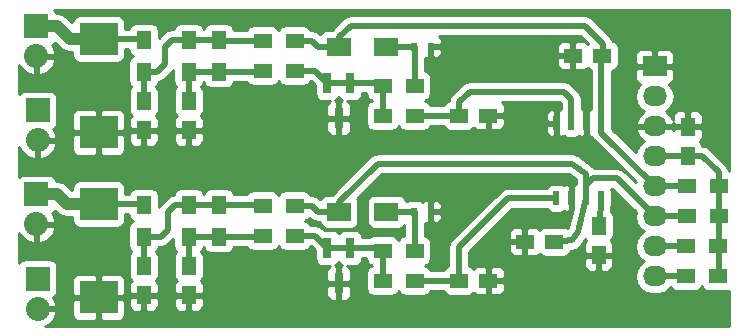
<source format=gtl>
G04 #@! TF.FileFunction,Copper,L1,Top,Signal*
%FSLAX46Y46*%
G04 Gerber Fmt 4.6, Leading zero omitted, Abs format (unit mm)*
G04 Created by KiCad (PCBNEW 4.0.7) date Sat Jan  5 20:39:28 2019*
%MOMM*%
%LPD*%
G01*
G04 APERTURE LIST*
%ADD10C,0.100000*%
%ADD11R,2.032000X1.727200*%
%ADD12O,2.032000X1.727200*%
%ADD13R,1.250000X1.500000*%
%ADD14R,1.500000X1.250000*%
%ADD15R,2.000000X1.600000*%
%ADD16R,0.800100X1.800860*%
%ADD17R,0.600000X0.700000*%
%ADD18R,2.032000X2.032000*%
%ADD19O,2.032000X2.032000*%
%ADD20R,1.300000X1.500000*%
%ADD21R,1.500000X1.300000*%
%ADD22R,3.200000X2.700000*%
%ADD23R,0.508000X1.143000*%
%ADD24C,0.500000*%
%ADD25C,1.000000*%
%ADD26C,0.254000*%
G04 APERTURE END LIST*
D10*
D11*
X78499000Y-28015000D03*
D12*
X78499000Y-30555000D03*
X78499000Y-33095000D03*
X78499000Y-35635000D03*
X78499000Y-38175000D03*
X78499000Y-40715000D03*
X78499000Y-43255000D03*
X78499000Y-45795000D03*
D13*
X35235000Y-30935000D03*
X35235000Y-33435000D03*
X39045000Y-30935000D03*
X39045000Y-33435000D03*
D14*
X61925000Y-32185000D03*
X64425000Y-32185000D03*
X74077000Y-27105000D03*
X71577000Y-27105000D03*
D15*
X51777000Y-26343000D03*
X55777000Y-26343000D03*
D13*
X73750000Y-41500000D03*
X73750000Y-44000000D03*
X81293000Y-35615000D03*
X81293000Y-33115000D03*
X35235000Y-44905000D03*
X35235000Y-47405000D03*
X39045000Y-44905000D03*
X39045000Y-47405000D03*
D14*
X61925000Y-46155000D03*
X64425000Y-46155000D03*
X70013000Y-42853000D03*
X67513000Y-42853000D03*
D15*
X51777000Y-40313000D03*
X55777000Y-40313000D03*
D16*
X52695000Y-29413860D03*
X50795000Y-29413860D03*
X51745000Y-32416140D03*
D17*
X59557000Y-26343000D03*
X58157000Y-26343000D03*
D16*
X52695000Y-43383860D03*
X50795000Y-43383860D03*
X51745000Y-46386140D03*
D17*
X59557000Y-40313000D03*
X58157000Y-40313000D03*
D18*
X26162000Y-24638000D03*
D19*
X26162000Y-27178000D03*
D18*
X26162000Y-38862000D03*
D19*
X26162000Y-41402000D03*
D18*
X26250000Y-46000000D03*
D19*
X26250000Y-48540000D03*
D18*
X26250000Y-31750000D03*
D19*
X26250000Y-34290000D03*
D20*
X41585000Y-28455000D03*
X41585000Y-25755000D03*
D21*
X45315000Y-25835000D03*
X48015000Y-25835000D03*
X83913000Y-38175000D03*
X81213000Y-38175000D03*
D20*
X35235000Y-28455000D03*
X35235000Y-25755000D03*
D21*
X45315000Y-28375000D03*
X48015000Y-28375000D03*
X58175000Y-32185000D03*
X55475000Y-32185000D03*
D20*
X39045000Y-28455000D03*
X39045000Y-25755000D03*
D22*
X31425000Y-25695000D03*
X31425000Y-33595000D03*
D21*
X58175000Y-29645000D03*
X55475000Y-29645000D03*
D20*
X39045000Y-42425000D03*
X39045000Y-39725000D03*
D21*
X45315000Y-39805000D03*
X48015000Y-39805000D03*
X83913000Y-40715000D03*
X81213000Y-40715000D03*
D20*
X35235000Y-42425000D03*
X35235000Y-39725000D03*
D21*
X45315000Y-42345000D03*
X48015000Y-42345000D03*
X58175000Y-46155000D03*
X55475000Y-46155000D03*
D20*
X41585000Y-42425000D03*
X41585000Y-39725000D03*
D22*
X31425000Y-39665000D03*
X31425000Y-47565000D03*
D21*
X58175000Y-43615000D03*
X55475000Y-43615000D03*
X83850000Y-45750000D03*
X81150000Y-45750000D03*
X83850000Y-43250000D03*
X81150000Y-43250000D03*
D23*
X73970000Y-39170000D03*
X72700000Y-39170000D03*
X71430000Y-39170000D03*
X70160000Y-39170000D03*
X70160000Y-32820000D03*
X71430000Y-32820000D03*
X72700000Y-32820000D03*
X73970000Y-32820000D03*
D24*
X45315000Y-25835000D02*
X41665000Y-25835000D01*
X41665000Y-25835000D02*
X41585000Y-25755000D01*
X39045000Y-25755000D02*
X41585000Y-25755000D01*
X35235000Y-28455000D02*
X35235000Y-30935000D01*
X37013000Y-26343000D02*
X37601000Y-25755000D01*
X37601000Y-25755000D02*
X39045000Y-25755000D01*
X37013000Y-27827000D02*
X37013000Y-26343000D01*
X35235000Y-28455000D02*
X36385000Y-28455000D01*
X36385000Y-28455000D02*
X37013000Y-27827000D01*
X73750000Y-44000000D02*
X73750000Y-44125000D01*
X72700000Y-32820000D02*
X72700000Y-29772000D01*
X72700000Y-29772000D02*
X71577000Y-28649000D01*
X71577000Y-28649000D02*
X71577000Y-27105000D01*
X68783000Y-27105000D02*
X71577000Y-27105000D01*
X81273000Y-33095000D02*
X81293000Y-33115000D01*
X51745000Y-46886520D02*
X51745000Y-46386140D01*
X67513000Y-42325000D02*
X67513000Y-42853000D01*
X31585000Y-47405000D02*
X31425000Y-47565000D01*
X51745000Y-32916520D02*
X51745000Y-32416140D01*
X35075000Y-33595000D02*
X35235000Y-33435000D01*
X66223000Y-27105000D02*
X65461000Y-26343000D01*
X65461000Y-26343000D02*
X59557000Y-26343000D01*
X68783000Y-27105000D02*
X66223000Y-27105000D01*
X41585000Y-28455000D02*
X45235000Y-28455000D01*
X45235000Y-28455000D02*
X45315000Y-28375000D01*
X41585000Y-28455000D02*
X39045000Y-28455000D01*
X39045000Y-30935000D02*
X39045000Y-28455000D01*
X70795000Y-30153000D02*
X71430000Y-30788000D01*
X71430000Y-30788000D02*
X71430000Y-32820000D01*
X62832000Y-30153000D02*
X70795000Y-30153000D01*
X61925000Y-32185000D02*
X61925000Y-31060000D01*
X61925000Y-31060000D02*
X62832000Y-30153000D01*
X58175000Y-32185000D02*
X61925000Y-32185000D01*
X73970000Y-32820000D02*
X73970000Y-33646000D01*
X73970000Y-33646000D02*
X78499000Y-38175000D01*
X73970000Y-32820000D02*
X73970000Y-27212000D01*
X73970000Y-27212000D02*
X74077000Y-27105000D01*
X51777000Y-26343000D02*
X51777000Y-25549000D01*
X74097000Y-26089000D02*
X74097000Y-27085000D01*
X51777000Y-25549000D02*
X52761000Y-24565000D01*
X52761000Y-24565000D02*
X72573000Y-24565000D01*
X72573000Y-24565000D02*
X74097000Y-26089000D01*
X74097000Y-27085000D02*
X74077000Y-27105000D01*
X81213000Y-38175000D02*
X78499000Y-38175000D01*
X49967000Y-26343000D02*
X49459000Y-25835000D01*
X49459000Y-25835000D02*
X48015000Y-25835000D01*
X51777000Y-26343000D02*
X49967000Y-26343000D01*
X55777000Y-26343000D02*
X58157000Y-26343000D01*
X58175000Y-29645000D02*
X58175000Y-26361000D01*
X58175000Y-26361000D02*
X58157000Y-26343000D01*
X73970000Y-39170000D02*
X73897000Y-41353000D01*
X73897000Y-41353000D02*
X73750000Y-41500000D01*
X83913000Y-38175000D02*
X83913000Y-36985000D01*
X83913000Y-36985000D02*
X82543000Y-35615000D01*
X82543000Y-35615000D02*
X81293000Y-35615000D01*
X83913000Y-40715000D02*
X83913000Y-38175000D01*
X82289000Y-35615000D02*
X81293000Y-35615000D01*
X78499000Y-35635000D02*
X81273000Y-35635000D01*
X81273000Y-35635000D02*
X81293000Y-35615000D01*
X83913000Y-43255000D02*
X83913000Y-40715000D01*
X83913000Y-45795000D02*
X83913000Y-43255000D01*
X41585000Y-39725000D02*
X45235000Y-39725000D01*
X45235000Y-39725000D02*
X45315000Y-39805000D01*
X39045000Y-39725000D02*
X41585000Y-39725000D01*
X35235000Y-42425000D02*
X36679000Y-42425000D01*
X36679000Y-42425000D02*
X37267000Y-41837000D01*
X37267000Y-41837000D02*
X37267000Y-40353000D01*
X37895000Y-39725000D02*
X39045000Y-39725000D01*
X37267000Y-40353000D02*
X37895000Y-39725000D01*
X35235000Y-44905000D02*
X35235000Y-42425000D01*
X41585000Y-42425000D02*
X45235000Y-42425000D01*
X45235000Y-42425000D02*
X45315000Y-42345000D01*
X39045000Y-42425000D02*
X39045000Y-44905000D01*
X39045000Y-42425000D02*
X41585000Y-42425000D01*
X61925000Y-43341000D02*
X66096000Y-39170000D01*
X66096000Y-39170000D02*
X70160000Y-39170000D01*
X61925000Y-46155000D02*
X61925000Y-43341000D01*
X58175000Y-46155000D02*
X61925000Y-46155000D01*
X72700000Y-39170000D02*
X72700000Y-38050000D01*
X75284000Y-37500000D02*
X78499000Y-40715000D01*
X73250000Y-37500000D02*
X75284000Y-37500000D01*
X72700000Y-38050000D02*
X73250000Y-37500000D01*
X51777000Y-40313000D02*
X51777000Y-39519000D01*
X51777000Y-39519000D02*
X55047000Y-36249000D01*
X55047000Y-36249000D02*
X71500000Y-36250000D01*
X71500000Y-36250000D02*
X72700000Y-37138000D01*
X72700000Y-37138000D02*
X72700000Y-39170000D01*
X78499000Y-40715000D02*
X81213000Y-40715000D01*
X72700000Y-39170000D02*
X72000000Y-42000000D01*
X72000000Y-42000000D02*
X71500000Y-42750000D01*
X70013000Y-42853000D02*
X71500000Y-42750000D01*
X48015000Y-39805000D02*
X49459000Y-39805000D01*
X49459000Y-39805000D02*
X49967000Y-40313000D01*
X49967000Y-40313000D02*
X51777000Y-40313000D01*
X58175000Y-43615000D02*
X58175000Y-40331000D01*
X58175000Y-40331000D02*
X58157000Y-40313000D01*
X55777000Y-40313000D02*
X58157000Y-40313000D01*
X78499000Y-45795000D02*
X81105000Y-45795000D01*
X81105000Y-45795000D02*
X81150000Y-45750000D01*
X78499000Y-43255000D02*
X81145000Y-43255000D01*
X81145000Y-43255000D02*
X81150000Y-43250000D01*
X55475000Y-29645000D02*
X55475000Y-32185000D01*
X52695000Y-29413860D02*
X55243860Y-29413860D01*
X55243860Y-29413860D02*
X55475000Y-29645000D01*
X50795000Y-29413860D02*
X52695000Y-29413860D01*
X48015000Y-28375000D02*
X49756140Y-28375000D01*
X49756140Y-28375000D02*
X50795000Y-29413860D01*
X55475000Y-43615000D02*
X55475000Y-46155000D01*
X52695000Y-43383860D02*
X55243860Y-43383860D01*
X55243860Y-43383860D02*
X55475000Y-43615000D01*
X52695000Y-43383860D02*
X50795000Y-43383860D01*
X48015000Y-42345000D02*
X49756140Y-42345000D01*
X49756140Y-42345000D02*
X50795000Y-43383860D01*
D25*
X26162000Y-24638000D02*
X27940000Y-24638000D01*
X28997000Y-25695000D02*
X31425000Y-25695000D01*
X27940000Y-24638000D02*
X28997000Y-25695000D01*
D24*
X31425000Y-25695000D02*
X35175000Y-25695000D01*
X35175000Y-25695000D02*
X35235000Y-25755000D01*
D25*
X26162000Y-38862000D02*
X27940000Y-38862000D01*
X28743000Y-39665000D02*
X31425000Y-39665000D01*
X27940000Y-38862000D02*
X28743000Y-39665000D01*
D24*
X31425000Y-39665000D02*
X35175000Y-39665000D01*
X35175000Y-39665000D02*
X35235000Y-39725000D01*
D26*
G36*
X71208135Y-37134982D02*
X71815000Y-37584063D01*
X71815000Y-37965443D01*
X71810309Y-37963500D01*
X71715750Y-37963500D01*
X71557000Y-38122250D01*
X71557000Y-39043000D01*
X71577000Y-39043000D01*
X71577000Y-39297000D01*
X71557000Y-39297000D01*
X71557000Y-40105231D01*
X71177972Y-41637585D01*
X71129690Y-41710008D01*
X71014890Y-41631569D01*
X70763000Y-41580560D01*
X69263000Y-41580560D01*
X69027683Y-41624838D01*
X68811559Y-41763910D01*
X68765031Y-41832006D01*
X68622698Y-41689673D01*
X68389309Y-41593000D01*
X67798750Y-41593000D01*
X67640000Y-41751750D01*
X67640000Y-42726000D01*
X67660000Y-42726000D01*
X67660000Y-42980000D01*
X67640000Y-42980000D01*
X67640000Y-43954250D01*
X67798750Y-44113000D01*
X68389309Y-44113000D01*
X68622698Y-44016327D01*
X68763936Y-43875090D01*
X68798910Y-43929441D01*
X69011110Y-44074431D01*
X69263000Y-44125440D01*
X70763000Y-44125440D01*
X70998317Y-44081162D01*
X71214441Y-43942090D01*
X71359431Y-43729890D01*
X71376485Y-43645677D01*
X71561155Y-43632885D01*
X71616355Y-43617875D01*
X71673563Y-43617815D01*
X71781543Y-43572955D01*
X71894365Y-43542276D01*
X71939620Y-43507283D01*
X71992449Y-43485336D01*
X72075039Y-43402573D01*
X72167537Y-43331051D01*
X72195956Y-43281403D01*
X72236365Y-43240910D01*
X72629035Y-42651905D01*
X72660910Y-42701441D01*
X72729006Y-42747969D01*
X72586673Y-42890302D01*
X72490000Y-43123691D01*
X72490000Y-43714250D01*
X72648750Y-43873000D01*
X73623000Y-43873000D01*
X73623000Y-43853000D01*
X73877000Y-43853000D01*
X73877000Y-43873000D01*
X74851250Y-43873000D01*
X75010000Y-43714250D01*
X75010000Y-43123691D01*
X74913327Y-42890302D01*
X74772090Y-42749064D01*
X74826441Y-42714090D01*
X74971431Y-42501890D01*
X75022440Y-42250000D01*
X75022440Y-40750000D01*
X74978162Y-40514683D01*
X74839090Y-40298559D01*
X74818232Y-40284308D01*
X74829450Y-39948852D01*
X74871440Y-39741500D01*
X74871440Y-38598500D01*
X74831267Y-38385000D01*
X74917420Y-38385000D01*
X76887290Y-40354869D01*
X76815655Y-40715000D01*
X76929729Y-41288489D01*
X77254585Y-41774670D01*
X77569366Y-41985000D01*
X77254585Y-42195330D01*
X76929729Y-42681511D01*
X76815655Y-43255000D01*
X76929729Y-43828489D01*
X77254585Y-44314670D01*
X77569366Y-44525000D01*
X77254585Y-44735330D01*
X76929729Y-45221511D01*
X76815655Y-45795000D01*
X76929729Y-46368489D01*
X77254585Y-46854670D01*
X77740766Y-47179526D01*
X78314255Y-47293600D01*
X78683745Y-47293600D01*
X79257234Y-47179526D01*
X79743415Y-46854670D01*
X79842533Y-46706329D01*
X79935910Y-46851441D01*
X80148110Y-46996431D01*
X80400000Y-47047440D01*
X81900000Y-47047440D01*
X82135317Y-47003162D01*
X82351441Y-46864090D01*
X82496431Y-46651890D01*
X82499081Y-46638803D01*
X82635910Y-46851441D01*
X82848110Y-46996431D01*
X83100000Y-47047440D01*
X84600000Y-47047440D01*
X84790000Y-47011689D01*
X84790000Y-50040000D01*
X26863776Y-50040000D01*
X27218379Y-49877188D01*
X27656385Y-49404818D01*
X27855975Y-48922944D01*
X27736836Y-48667000D01*
X26377000Y-48667000D01*
X26377000Y-48687000D01*
X26123000Y-48687000D01*
X26123000Y-48667000D01*
X26103000Y-48667000D01*
X26103000Y-48413000D01*
X26123000Y-48413000D01*
X26123000Y-48393000D01*
X26377000Y-48393000D01*
X26377000Y-48413000D01*
X27736836Y-48413000D01*
X27855975Y-48157056D01*
X27729105Y-47850750D01*
X29190000Y-47850750D01*
X29190000Y-49041309D01*
X29286673Y-49274698D01*
X29465301Y-49453327D01*
X29698690Y-49550000D01*
X31139250Y-49550000D01*
X31298000Y-49391250D01*
X31298000Y-47692000D01*
X31552000Y-47692000D01*
X31552000Y-49391250D01*
X31710750Y-49550000D01*
X33151310Y-49550000D01*
X33384699Y-49453327D01*
X33563327Y-49274698D01*
X33660000Y-49041309D01*
X33660000Y-47850750D01*
X33501250Y-47692000D01*
X31552000Y-47692000D01*
X31298000Y-47692000D01*
X29348750Y-47692000D01*
X29190000Y-47850750D01*
X27729105Y-47850750D01*
X27662834Y-47690750D01*
X33975000Y-47690750D01*
X33975000Y-48281309D01*
X34071673Y-48514698D01*
X34250301Y-48693327D01*
X34483690Y-48790000D01*
X34949250Y-48790000D01*
X35108000Y-48631250D01*
X35108000Y-47532000D01*
X35362000Y-47532000D01*
X35362000Y-48631250D01*
X35520750Y-48790000D01*
X35986310Y-48790000D01*
X36219699Y-48693327D01*
X36398327Y-48514698D01*
X36495000Y-48281309D01*
X36495000Y-47690750D01*
X37785000Y-47690750D01*
X37785000Y-48281309D01*
X37881673Y-48514698D01*
X38060301Y-48693327D01*
X38293690Y-48790000D01*
X38759250Y-48790000D01*
X38918000Y-48631250D01*
X38918000Y-47532000D01*
X39172000Y-47532000D01*
X39172000Y-48631250D01*
X39330750Y-48790000D01*
X39796310Y-48790000D01*
X40029699Y-48693327D01*
X40208327Y-48514698D01*
X40305000Y-48281309D01*
X40305000Y-47690750D01*
X40146250Y-47532000D01*
X39172000Y-47532000D01*
X38918000Y-47532000D01*
X37943750Y-47532000D01*
X37785000Y-47690750D01*
X36495000Y-47690750D01*
X36336250Y-47532000D01*
X35362000Y-47532000D01*
X35108000Y-47532000D01*
X34133750Y-47532000D01*
X33975000Y-47690750D01*
X27662834Y-47690750D01*
X27656385Y-47675182D01*
X27565903Y-47577602D01*
X27717441Y-47480090D01*
X27862431Y-47267890D01*
X27913440Y-47016000D01*
X27913440Y-46088691D01*
X29190000Y-46088691D01*
X29190000Y-47279250D01*
X29348750Y-47438000D01*
X31298000Y-47438000D01*
X31298000Y-45738750D01*
X31552000Y-45738750D01*
X31552000Y-47438000D01*
X33501250Y-47438000D01*
X33660000Y-47279250D01*
X33660000Y-46088691D01*
X33563327Y-45855302D01*
X33384699Y-45676673D01*
X33151310Y-45580000D01*
X31710750Y-45580000D01*
X31552000Y-45738750D01*
X31298000Y-45738750D01*
X31139250Y-45580000D01*
X29698690Y-45580000D01*
X29465301Y-45676673D01*
X29286673Y-45855302D01*
X29190000Y-46088691D01*
X27913440Y-46088691D01*
X27913440Y-44984000D01*
X27869162Y-44748683D01*
X27730090Y-44532559D01*
X27517890Y-44387569D01*
X27266000Y-44336560D01*
X25234000Y-44336560D01*
X24998683Y-44380838D01*
X24782559Y-44519910D01*
X24710000Y-44626104D01*
X24710000Y-42156689D01*
X24755615Y-42266818D01*
X25193621Y-42739188D01*
X25779054Y-43007983D01*
X26035000Y-42889367D01*
X26035000Y-41529000D01*
X26289000Y-41529000D01*
X26289000Y-42889367D01*
X26544946Y-43007983D01*
X27130379Y-42739188D01*
X27568385Y-42266818D01*
X27767975Y-41784944D01*
X27648836Y-41529000D01*
X26289000Y-41529000D01*
X26035000Y-41529000D01*
X26015000Y-41529000D01*
X26015000Y-41275000D01*
X26035000Y-41275000D01*
X26035000Y-41255000D01*
X26289000Y-41255000D01*
X26289000Y-41275000D01*
X27648836Y-41275000D01*
X27767975Y-41019056D01*
X27568385Y-40537182D01*
X27477903Y-40439602D01*
X27629441Y-40342090D01*
X27704745Y-40231878D01*
X27940433Y-40467566D01*
X28172508Y-40622633D01*
X28308654Y-40713603D01*
X28743000Y-40800000D01*
X29177560Y-40800000D01*
X29177560Y-41015000D01*
X29221838Y-41250317D01*
X29360910Y-41466441D01*
X29573110Y-41611431D01*
X29825000Y-41662440D01*
X33025000Y-41662440D01*
X33260317Y-41618162D01*
X33476441Y-41479090D01*
X33621431Y-41266890D01*
X33672440Y-41015000D01*
X33672440Y-40550000D01*
X33951672Y-40550000D01*
X33981838Y-40710317D01*
X34120910Y-40926441D01*
X34333110Y-41071431D01*
X34346197Y-41074081D01*
X34133559Y-41210910D01*
X33988569Y-41423110D01*
X33937560Y-41675000D01*
X33937560Y-43175000D01*
X33981838Y-43410317D01*
X34120910Y-43626441D01*
X34187762Y-43672119D01*
X34158559Y-43690910D01*
X34013569Y-43903110D01*
X33962560Y-44155000D01*
X33962560Y-45655000D01*
X34006838Y-45890317D01*
X34145910Y-46106441D01*
X34214006Y-46152969D01*
X34071673Y-46295302D01*
X33975000Y-46528691D01*
X33975000Y-47119250D01*
X34133750Y-47278000D01*
X35108000Y-47278000D01*
X35108000Y-47258000D01*
X35362000Y-47258000D01*
X35362000Y-47278000D01*
X36336250Y-47278000D01*
X36495000Y-47119250D01*
X36495000Y-46528691D01*
X36398327Y-46295302D01*
X36257090Y-46154064D01*
X36311441Y-46119090D01*
X36456431Y-45906890D01*
X36507440Y-45655000D01*
X36507440Y-44155000D01*
X36463162Y-43919683D01*
X36324090Y-43703559D01*
X36281489Y-43674451D01*
X36336441Y-43639090D01*
X36481431Y-43426890D01*
X36505102Y-43310000D01*
X36678995Y-43310000D01*
X36679000Y-43310001D01*
X36961484Y-43253810D01*
X37017675Y-43242633D01*
X37304790Y-43050790D01*
X37747560Y-42608019D01*
X37747560Y-43175000D01*
X37791838Y-43410317D01*
X37930910Y-43626441D01*
X37997762Y-43672119D01*
X37968559Y-43690910D01*
X37823569Y-43903110D01*
X37772560Y-44155000D01*
X37772560Y-45655000D01*
X37816838Y-45890317D01*
X37955910Y-46106441D01*
X38024006Y-46152969D01*
X37881673Y-46295302D01*
X37785000Y-46528691D01*
X37785000Y-47119250D01*
X37943750Y-47278000D01*
X38918000Y-47278000D01*
X38918000Y-47258000D01*
X39172000Y-47258000D01*
X39172000Y-47278000D01*
X40146250Y-47278000D01*
X40305000Y-47119250D01*
X40305000Y-46671890D01*
X50709950Y-46671890D01*
X50709950Y-47412880D01*
X50806623Y-47646269D01*
X50985252Y-47824897D01*
X51218641Y-47921570D01*
X51459250Y-47921570D01*
X51618000Y-47762820D01*
X51618000Y-46513140D01*
X51872000Y-46513140D01*
X51872000Y-47762820D01*
X52030750Y-47921570D01*
X52271359Y-47921570D01*
X52504748Y-47824897D01*
X52683377Y-47646269D01*
X52780050Y-47412880D01*
X52780050Y-46671890D01*
X52621300Y-46513140D01*
X51872000Y-46513140D01*
X51618000Y-46513140D01*
X50868700Y-46513140D01*
X50709950Y-46671890D01*
X40305000Y-46671890D01*
X40305000Y-46528691D01*
X40208327Y-46295302D01*
X40067090Y-46154064D01*
X40121441Y-46119090D01*
X40266431Y-45906890D01*
X40317440Y-45655000D01*
X40317440Y-44155000D01*
X40273162Y-43919683D01*
X40134090Y-43703559D01*
X40091489Y-43674451D01*
X40146441Y-43639090D01*
X40291431Y-43426890D01*
X40313993Y-43315477D01*
X40331838Y-43410317D01*
X40470910Y-43626441D01*
X40683110Y-43771431D01*
X40935000Y-43822440D01*
X42235000Y-43822440D01*
X42470317Y-43778162D01*
X42686441Y-43639090D01*
X42831431Y-43426890D01*
X42855102Y-43310000D01*
X44013113Y-43310000D01*
X44100910Y-43446441D01*
X44313110Y-43591431D01*
X44565000Y-43642440D01*
X46065000Y-43642440D01*
X46300317Y-43598162D01*
X46516441Y-43459090D01*
X46661431Y-43246890D01*
X46664081Y-43233803D01*
X46800910Y-43446441D01*
X47013110Y-43591431D01*
X47265000Y-43642440D01*
X48765000Y-43642440D01*
X49000317Y-43598162D01*
X49216441Y-43459090D01*
X49361431Y-43246890D01*
X49364851Y-43230000D01*
X49389560Y-43230000D01*
X49747510Y-43587949D01*
X49747510Y-44284290D01*
X49791788Y-44519607D01*
X49930860Y-44735731D01*
X50143060Y-44880721D01*
X50394950Y-44931730D01*
X51023042Y-44931730D01*
X50985252Y-44947383D01*
X50806623Y-45126011D01*
X50709950Y-45359400D01*
X50709950Y-46100390D01*
X50868700Y-46259140D01*
X51618000Y-46259140D01*
X51618000Y-45009460D01*
X51470297Y-44861757D01*
X51646491Y-44748380D01*
X51745632Y-44603283D01*
X51830860Y-44735731D01*
X52017918Y-44863542D01*
X51872000Y-45009460D01*
X51872000Y-46259140D01*
X52621300Y-46259140D01*
X52780050Y-46100390D01*
X52780050Y-45359400D01*
X52683377Y-45126011D01*
X52504748Y-44947383D01*
X52466958Y-44931730D01*
X53095050Y-44931730D01*
X53330367Y-44887452D01*
X53546491Y-44748380D01*
X53691481Y-44536180D01*
X53742490Y-44284290D01*
X53742490Y-44268860D01*
X54078286Y-44268860D01*
X54121838Y-44500317D01*
X54260910Y-44716441D01*
X54473110Y-44861431D01*
X54584523Y-44883993D01*
X54489683Y-44901838D01*
X54273559Y-45040910D01*
X54128569Y-45253110D01*
X54077560Y-45505000D01*
X54077560Y-46805000D01*
X54121838Y-47040317D01*
X54260910Y-47256441D01*
X54473110Y-47401431D01*
X54725000Y-47452440D01*
X56225000Y-47452440D01*
X56460317Y-47408162D01*
X56676441Y-47269090D01*
X56821431Y-47056890D01*
X56824081Y-47043803D01*
X56960910Y-47256441D01*
X57173110Y-47401431D01*
X57425000Y-47452440D01*
X58925000Y-47452440D01*
X59160317Y-47408162D01*
X59376441Y-47269090D01*
X59521431Y-47056890D01*
X59524851Y-47040000D01*
X60587721Y-47040000D01*
X60710910Y-47231441D01*
X60923110Y-47376431D01*
X61175000Y-47427440D01*
X62675000Y-47427440D01*
X62910317Y-47383162D01*
X63126441Y-47244090D01*
X63172969Y-47175994D01*
X63315302Y-47318327D01*
X63548691Y-47415000D01*
X64139250Y-47415000D01*
X64298000Y-47256250D01*
X64298000Y-46282000D01*
X64552000Y-46282000D01*
X64552000Y-47256250D01*
X64710750Y-47415000D01*
X65301309Y-47415000D01*
X65534698Y-47318327D01*
X65713327Y-47139699D01*
X65810000Y-46906310D01*
X65810000Y-46440750D01*
X65651250Y-46282000D01*
X64552000Y-46282000D01*
X64298000Y-46282000D01*
X64278000Y-46282000D01*
X64278000Y-46028000D01*
X64298000Y-46028000D01*
X64298000Y-45053750D01*
X64552000Y-45053750D01*
X64552000Y-46028000D01*
X65651250Y-46028000D01*
X65810000Y-45869250D01*
X65810000Y-45403690D01*
X65713327Y-45170301D01*
X65534698Y-44991673D01*
X65301309Y-44895000D01*
X64710750Y-44895000D01*
X64552000Y-45053750D01*
X64298000Y-45053750D01*
X64139250Y-44895000D01*
X63548691Y-44895000D01*
X63315302Y-44991673D01*
X63174064Y-45132910D01*
X63139090Y-45078559D01*
X62926890Y-44933569D01*
X62810000Y-44909898D01*
X62810000Y-44285750D01*
X72490000Y-44285750D01*
X72490000Y-44876309D01*
X72586673Y-45109698D01*
X72765301Y-45288327D01*
X72998690Y-45385000D01*
X73464250Y-45385000D01*
X73623000Y-45226250D01*
X73623000Y-44127000D01*
X73877000Y-44127000D01*
X73877000Y-45226250D01*
X74035750Y-45385000D01*
X74501310Y-45385000D01*
X74734699Y-45288327D01*
X74913327Y-45109698D01*
X75010000Y-44876309D01*
X75010000Y-44285750D01*
X74851250Y-44127000D01*
X73877000Y-44127000D01*
X73623000Y-44127000D01*
X72648750Y-44127000D01*
X72490000Y-44285750D01*
X62810000Y-44285750D01*
X62810000Y-43707580D01*
X63378829Y-43138750D01*
X66128000Y-43138750D01*
X66128000Y-43604310D01*
X66224673Y-43837699D01*
X66403302Y-44016327D01*
X66636691Y-44113000D01*
X67227250Y-44113000D01*
X67386000Y-43954250D01*
X67386000Y-42980000D01*
X66286750Y-42980000D01*
X66128000Y-43138750D01*
X63378829Y-43138750D01*
X64415889Y-42101690D01*
X66128000Y-42101690D01*
X66128000Y-42567250D01*
X66286750Y-42726000D01*
X67386000Y-42726000D01*
X67386000Y-41751750D01*
X67227250Y-41593000D01*
X66636691Y-41593000D01*
X66403302Y-41689673D01*
X66224673Y-41868301D01*
X66128000Y-42101690D01*
X64415889Y-42101690D01*
X66462579Y-40055000D01*
X69353147Y-40055000D01*
X69441910Y-40192941D01*
X69654110Y-40337931D01*
X69906000Y-40388940D01*
X70414000Y-40388940D01*
X70649317Y-40344662D01*
X70790371Y-40253896D01*
X70816302Y-40279827D01*
X71049691Y-40376500D01*
X71144250Y-40376500D01*
X71303000Y-40217750D01*
X71303000Y-39297000D01*
X71283000Y-39297000D01*
X71283000Y-39043000D01*
X71303000Y-39043000D01*
X71303000Y-38122250D01*
X71144250Y-37963500D01*
X71049691Y-37963500D01*
X70816302Y-38060173D01*
X70789765Y-38086709D01*
X70665890Y-38002069D01*
X70414000Y-37951060D01*
X69906000Y-37951060D01*
X69670683Y-37995338D01*
X69454559Y-38134410D01*
X69351665Y-38285000D01*
X66096005Y-38285000D01*
X66096000Y-38284999D01*
X65813516Y-38341190D01*
X65757325Y-38352367D01*
X65470210Y-38544210D01*
X65470208Y-38544213D01*
X61299210Y-42715210D01*
X61107367Y-43002325D01*
X61107367Y-43002326D01*
X61039999Y-43341000D01*
X61040000Y-43341005D01*
X61040000Y-44907962D01*
X60939683Y-44926838D01*
X60723559Y-45065910D01*
X60584110Y-45270000D01*
X59528222Y-45270000D01*
X59528162Y-45269683D01*
X59389090Y-45053559D01*
X59176890Y-44908569D01*
X59065477Y-44886007D01*
X59160317Y-44868162D01*
X59376441Y-44729090D01*
X59521431Y-44516890D01*
X59572440Y-44265000D01*
X59572440Y-42965000D01*
X59528162Y-42729683D01*
X59389090Y-42513559D01*
X59176890Y-42368569D01*
X59060000Y-42344898D01*
X59060000Y-41268719D01*
X59130691Y-41298000D01*
X59271250Y-41298000D01*
X59430000Y-41139250D01*
X59430000Y-40440000D01*
X59684000Y-40440000D01*
X59684000Y-41139250D01*
X59842750Y-41298000D01*
X59983309Y-41298000D01*
X60216698Y-41201327D01*
X60395327Y-41022699D01*
X60492000Y-40789310D01*
X60492000Y-40598750D01*
X60333250Y-40440000D01*
X59684000Y-40440000D01*
X59430000Y-40440000D01*
X59410000Y-40440000D01*
X59410000Y-40186000D01*
X59430000Y-40186000D01*
X59430000Y-39486750D01*
X59684000Y-39486750D01*
X59684000Y-40186000D01*
X60333250Y-40186000D01*
X60492000Y-40027250D01*
X60492000Y-39836690D01*
X60395327Y-39603301D01*
X60216698Y-39424673D01*
X59983309Y-39328000D01*
X59842750Y-39328000D01*
X59684000Y-39486750D01*
X59430000Y-39486750D01*
X59271250Y-39328000D01*
X59130691Y-39328000D01*
X58897302Y-39424673D01*
X58855340Y-39466634D01*
X58708890Y-39366569D01*
X58457000Y-39315560D01*
X57857000Y-39315560D01*
X57621683Y-39359838D01*
X57515756Y-39428000D01*
X57408446Y-39428000D01*
X57380162Y-39277683D01*
X57241090Y-39061559D01*
X57028890Y-38916569D01*
X56777000Y-38865560D01*
X54777000Y-38865560D01*
X54541683Y-38909838D01*
X54325559Y-39048910D01*
X54180569Y-39261110D01*
X54129560Y-39513000D01*
X54129560Y-41113000D01*
X54173838Y-41348317D01*
X54312910Y-41564441D01*
X54525110Y-41709431D01*
X54777000Y-41760440D01*
X56777000Y-41760440D01*
X57012317Y-41716162D01*
X57228441Y-41577090D01*
X57290000Y-41486995D01*
X57290000Y-42342962D01*
X57189683Y-42361838D01*
X56973559Y-42500910D01*
X56828569Y-42713110D01*
X56825919Y-42726197D01*
X56689090Y-42513559D01*
X56476890Y-42368569D01*
X56225000Y-42317560D01*
X54725000Y-42317560D01*
X54489683Y-42361838D01*
X54276745Y-42498860D01*
X53742490Y-42498860D01*
X53742490Y-42483430D01*
X53698212Y-42248113D01*
X53559140Y-42031989D01*
X53346940Y-41886999D01*
X53095050Y-41835990D01*
X52294950Y-41835990D01*
X52059633Y-41880268D01*
X51843509Y-42019340D01*
X51744368Y-42164437D01*
X51659140Y-42031989D01*
X51446940Y-41886999D01*
X51195050Y-41835990D01*
X50498710Y-41835990D01*
X50381930Y-41719210D01*
X50337724Y-41689673D01*
X50094815Y-41527367D01*
X50002931Y-41509090D01*
X49756140Y-41459999D01*
X49756135Y-41460000D01*
X49368222Y-41460000D01*
X49368162Y-41459683D01*
X49229090Y-41243559D01*
X49016890Y-41098569D01*
X48905477Y-41076007D01*
X49000317Y-41058162D01*
X49216441Y-40919090D01*
X49259091Y-40856670D01*
X49341208Y-40938787D01*
X49341210Y-40938790D01*
X49628325Y-41130633D01*
X49967000Y-41198000D01*
X50145554Y-41198000D01*
X50173838Y-41348317D01*
X50312910Y-41564441D01*
X50525110Y-41709431D01*
X50777000Y-41760440D01*
X52777000Y-41760440D01*
X53012317Y-41716162D01*
X53228441Y-41577090D01*
X53373431Y-41364890D01*
X53424440Y-41113000D01*
X53424440Y-39513000D01*
X53380162Y-39277683D01*
X53336989Y-39210591D01*
X55413557Y-37134022D01*
X71208135Y-37134982D01*
X71208135Y-37134982D01*
G37*
X71208135Y-37134982D02*
X71815000Y-37584063D01*
X71815000Y-37965443D01*
X71810309Y-37963500D01*
X71715750Y-37963500D01*
X71557000Y-38122250D01*
X71557000Y-39043000D01*
X71577000Y-39043000D01*
X71577000Y-39297000D01*
X71557000Y-39297000D01*
X71557000Y-40105231D01*
X71177972Y-41637585D01*
X71129690Y-41710008D01*
X71014890Y-41631569D01*
X70763000Y-41580560D01*
X69263000Y-41580560D01*
X69027683Y-41624838D01*
X68811559Y-41763910D01*
X68765031Y-41832006D01*
X68622698Y-41689673D01*
X68389309Y-41593000D01*
X67798750Y-41593000D01*
X67640000Y-41751750D01*
X67640000Y-42726000D01*
X67660000Y-42726000D01*
X67660000Y-42980000D01*
X67640000Y-42980000D01*
X67640000Y-43954250D01*
X67798750Y-44113000D01*
X68389309Y-44113000D01*
X68622698Y-44016327D01*
X68763936Y-43875090D01*
X68798910Y-43929441D01*
X69011110Y-44074431D01*
X69263000Y-44125440D01*
X70763000Y-44125440D01*
X70998317Y-44081162D01*
X71214441Y-43942090D01*
X71359431Y-43729890D01*
X71376485Y-43645677D01*
X71561155Y-43632885D01*
X71616355Y-43617875D01*
X71673563Y-43617815D01*
X71781543Y-43572955D01*
X71894365Y-43542276D01*
X71939620Y-43507283D01*
X71992449Y-43485336D01*
X72075039Y-43402573D01*
X72167537Y-43331051D01*
X72195956Y-43281403D01*
X72236365Y-43240910D01*
X72629035Y-42651905D01*
X72660910Y-42701441D01*
X72729006Y-42747969D01*
X72586673Y-42890302D01*
X72490000Y-43123691D01*
X72490000Y-43714250D01*
X72648750Y-43873000D01*
X73623000Y-43873000D01*
X73623000Y-43853000D01*
X73877000Y-43853000D01*
X73877000Y-43873000D01*
X74851250Y-43873000D01*
X75010000Y-43714250D01*
X75010000Y-43123691D01*
X74913327Y-42890302D01*
X74772090Y-42749064D01*
X74826441Y-42714090D01*
X74971431Y-42501890D01*
X75022440Y-42250000D01*
X75022440Y-40750000D01*
X74978162Y-40514683D01*
X74839090Y-40298559D01*
X74818232Y-40284308D01*
X74829450Y-39948852D01*
X74871440Y-39741500D01*
X74871440Y-38598500D01*
X74831267Y-38385000D01*
X74917420Y-38385000D01*
X76887290Y-40354869D01*
X76815655Y-40715000D01*
X76929729Y-41288489D01*
X77254585Y-41774670D01*
X77569366Y-41985000D01*
X77254585Y-42195330D01*
X76929729Y-42681511D01*
X76815655Y-43255000D01*
X76929729Y-43828489D01*
X77254585Y-44314670D01*
X77569366Y-44525000D01*
X77254585Y-44735330D01*
X76929729Y-45221511D01*
X76815655Y-45795000D01*
X76929729Y-46368489D01*
X77254585Y-46854670D01*
X77740766Y-47179526D01*
X78314255Y-47293600D01*
X78683745Y-47293600D01*
X79257234Y-47179526D01*
X79743415Y-46854670D01*
X79842533Y-46706329D01*
X79935910Y-46851441D01*
X80148110Y-46996431D01*
X80400000Y-47047440D01*
X81900000Y-47047440D01*
X82135317Y-47003162D01*
X82351441Y-46864090D01*
X82496431Y-46651890D01*
X82499081Y-46638803D01*
X82635910Y-46851441D01*
X82848110Y-46996431D01*
X83100000Y-47047440D01*
X84600000Y-47047440D01*
X84790000Y-47011689D01*
X84790000Y-50040000D01*
X26863776Y-50040000D01*
X27218379Y-49877188D01*
X27656385Y-49404818D01*
X27855975Y-48922944D01*
X27736836Y-48667000D01*
X26377000Y-48667000D01*
X26377000Y-48687000D01*
X26123000Y-48687000D01*
X26123000Y-48667000D01*
X26103000Y-48667000D01*
X26103000Y-48413000D01*
X26123000Y-48413000D01*
X26123000Y-48393000D01*
X26377000Y-48393000D01*
X26377000Y-48413000D01*
X27736836Y-48413000D01*
X27855975Y-48157056D01*
X27729105Y-47850750D01*
X29190000Y-47850750D01*
X29190000Y-49041309D01*
X29286673Y-49274698D01*
X29465301Y-49453327D01*
X29698690Y-49550000D01*
X31139250Y-49550000D01*
X31298000Y-49391250D01*
X31298000Y-47692000D01*
X31552000Y-47692000D01*
X31552000Y-49391250D01*
X31710750Y-49550000D01*
X33151310Y-49550000D01*
X33384699Y-49453327D01*
X33563327Y-49274698D01*
X33660000Y-49041309D01*
X33660000Y-47850750D01*
X33501250Y-47692000D01*
X31552000Y-47692000D01*
X31298000Y-47692000D01*
X29348750Y-47692000D01*
X29190000Y-47850750D01*
X27729105Y-47850750D01*
X27662834Y-47690750D01*
X33975000Y-47690750D01*
X33975000Y-48281309D01*
X34071673Y-48514698D01*
X34250301Y-48693327D01*
X34483690Y-48790000D01*
X34949250Y-48790000D01*
X35108000Y-48631250D01*
X35108000Y-47532000D01*
X35362000Y-47532000D01*
X35362000Y-48631250D01*
X35520750Y-48790000D01*
X35986310Y-48790000D01*
X36219699Y-48693327D01*
X36398327Y-48514698D01*
X36495000Y-48281309D01*
X36495000Y-47690750D01*
X37785000Y-47690750D01*
X37785000Y-48281309D01*
X37881673Y-48514698D01*
X38060301Y-48693327D01*
X38293690Y-48790000D01*
X38759250Y-48790000D01*
X38918000Y-48631250D01*
X38918000Y-47532000D01*
X39172000Y-47532000D01*
X39172000Y-48631250D01*
X39330750Y-48790000D01*
X39796310Y-48790000D01*
X40029699Y-48693327D01*
X40208327Y-48514698D01*
X40305000Y-48281309D01*
X40305000Y-47690750D01*
X40146250Y-47532000D01*
X39172000Y-47532000D01*
X38918000Y-47532000D01*
X37943750Y-47532000D01*
X37785000Y-47690750D01*
X36495000Y-47690750D01*
X36336250Y-47532000D01*
X35362000Y-47532000D01*
X35108000Y-47532000D01*
X34133750Y-47532000D01*
X33975000Y-47690750D01*
X27662834Y-47690750D01*
X27656385Y-47675182D01*
X27565903Y-47577602D01*
X27717441Y-47480090D01*
X27862431Y-47267890D01*
X27913440Y-47016000D01*
X27913440Y-46088691D01*
X29190000Y-46088691D01*
X29190000Y-47279250D01*
X29348750Y-47438000D01*
X31298000Y-47438000D01*
X31298000Y-45738750D01*
X31552000Y-45738750D01*
X31552000Y-47438000D01*
X33501250Y-47438000D01*
X33660000Y-47279250D01*
X33660000Y-46088691D01*
X33563327Y-45855302D01*
X33384699Y-45676673D01*
X33151310Y-45580000D01*
X31710750Y-45580000D01*
X31552000Y-45738750D01*
X31298000Y-45738750D01*
X31139250Y-45580000D01*
X29698690Y-45580000D01*
X29465301Y-45676673D01*
X29286673Y-45855302D01*
X29190000Y-46088691D01*
X27913440Y-46088691D01*
X27913440Y-44984000D01*
X27869162Y-44748683D01*
X27730090Y-44532559D01*
X27517890Y-44387569D01*
X27266000Y-44336560D01*
X25234000Y-44336560D01*
X24998683Y-44380838D01*
X24782559Y-44519910D01*
X24710000Y-44626104D01*
X24710000Y-42156689D01*
X24755615Y-42266818D01*
X25193621Y-42739188D01*
X25779054Y-43007983D01*
X26035000Y-42889367D01*
X26035000Y-41529000D01*
X26289000Y-41529000D01*
X26289000Y-42889367D01*
X26544946Y-43007983D01*
X27130379Y-42739188D01*
X27568385Y-42266818D01*
X27767975Y-41784944D01*
X27648836Y-41529000D01*
X26289000Y-41529000D01*
X26035000Y-41529000D01*
X26015000Y-41529000D01*
X26015000Y-41275000D01*
X26035000Y-41275000D01*
X26035000Y-41255000D01*
X26289000Y-41255000D01*
X26289000Y-41275000D01*
X27648836Y-41275000D01*
X27767975Y-41019056D01*
X27568385Y-40537182D01*
X27477903Y-40439602D01*
X27629441Y-40342090D01*
X27704745Y-40231878D01*
X27940433Y-40467566D01*
X28172508Y-40622633D01*
X28308654Y-40713603D01*
X28743000Y-40800000D01*
X29177560Y-40800000D01*
X29177560Y-41015000D01*
X29221838Y-41250317D01*
X29360910Y-41466441D01*
X29573110Y-41611431D01*
X29825000Y-41662440D01*
X33025000Y-41662440D01*
X33260317Y-41618162D01*
X33476441Y-41479090D01*
X33621431Y-41266890D01*
X33672440Y-41015000D01*
X33672440Y-40550000D01*
X33951672Y-40550000D01*
X33981838Y-40710317D01*
X34120910Y-40926441D01*
X34333110Y-41071431D01*
X34346197Y-41074081D01*
X34133559Y-41210910D01*
X33988569Y-41423110D01*
X33937560Y-41675000D01*
X33937560Y-43175000D01*
X33981838Y-43410317D01*
X34120910Y-43626441D01*
X34187762Y-43672119D01*
X34158559Y-43690910D01*
X34013569Y-43903110D01*
X33962560Y-44155000D01*
X33962560Y-45655000D01*
X34006838Y-45890317D01*
X34145910Y-46106441D01*
X34214006Y-46152969D01*
X34071673Y-46295302D01*
X33975000Y-46528691D01*
X33975000Y-47119250D01*
X34133750Y-47278000D01*
X35108000Y-47278000D01*
X35108000Y-47258000D01*
X35362000Y-47258000D01*
X35362000Y-47278000D01*
X36336250Y-47278000D01*
X36495000Y-47119250D01*
X36495000Y-46528691D01*
X36398327Y-46295302D01*
X36257090Y-46154064D01*
X36311441Y-46119090D01*
X36456431Y-45906890D01*
X36507440Y-45655000D01*
X36507440Y-44155000D01*
X36463162Y-43919683D01*
X36324090Y-43703559D01*
X36281489Y-43674451D01*
X36336441Y-43639090D01*
X36481431Y-43426890D01*
X36505102Y-43310000D01*
X36678995Y-43310000D01*
X36679000Y-43310001D01*
X36961484Y-43253810D01*
X37017675Y-43242633D01*
X37304790Y-43050790D01*
X37747560Y-42608019D01*
X37747560Y-43175000D01*
X37791838Y-43410317D01*
X37930910Y-43626441D01*
X37997762Y-43672119D01*
X37968559Y-43690910D01*
X37823569Y-43903110D01*
X37772560Y-44155000D01*
X37772560Y-45655000D01*
X37816838Y-45890317D01*
X37955910Y-46106441D01*
X38024006Y-46152969D01*
X37881673Y-46295302D01*
X37785000Y-46528691D01*
X37785000Y-47119250D01*
X37943750Y-47278000D01*
X38918000Y-47278000D01*
X38918000Y-47258000D01*
X39172000Y-47258000D01*
X39172000Y-47278000D01*
X40146250Y-47278000D01*
X40305000Y-47119250D01*
X40305000Y-46671890D01*
X50709950Y-46671890D01*
X50709950Y-47412880D01*
X50806623Y-47646269D01*
X50985252Y-47824897D01*
X51218641Y-47921570D01*
X51459250Y-47921570D01*
X51618000Y-47762820D01*
X51618000Y-46513140D01*
X51872000Y-46513140D01*
X51872000Y-47762820D01*
X52030750Y-47921570D01*
X52271359Y-47921570D01*
X52504748Y-47824897D01*
X52683377Y-47646269D01*
X52780050Y-47412880D01*
X52780050Y-46671890D01*
X52621300Y-46513140D01*
X51872000Y-46513140D01*
X51618000Y-46513140D01*
X50868700Y-46513140D01*
X50709950Y-46671890D01*
X40305000Y-46671890D01*
X40305000Y-46528691D01*
X40208327Y-46295302D01*
X40067090Y-46154064D01*
X40121441Y-46119090D01*
X40266431Y-45906890D01*
X40317440Y-45655000D01*
X40317440Y-44155000D01*
X40273162Y-43919683D01*
X40134090Y-43703559D01*
X40091489Y-43674451D01*
X40146441Y-43639090D01*
X40291431Y-43426890D01*
X40313993Y-43315477D01*
X40331838Y-43410317D01*
X40470910Y-43626441D01*
X40683110Y-43771431D01*
X40935000Y-43822440D01*
X42235000Y-43822440D01*
X42470317Y-43778162D01*
X42686441Y-43639090D01*
X42831431Y-43426890D01*
X42855102Y-43310000D01*
X44013113Y-43310000D01*
X44100910Y-43446441D01*
X44313110Y-43591431D01*
X44565000Y-43642440D01*
X46065000Y-43642440D01*
X46300317Y-43598162D01*
X46516441Y-43459090D01*
X46661431Y-43246890D01*
X46664081Y-43233803D01*
X46800910Y-43446441D01*
X47013110Y-43591431D01*
X47265000Y-43642440D01*
X48765000Y-43642440D01*
X49000317Y-43598162D01*
X49216441Y-43459090D01*
X49361431Y-43246890D01*
X49364851Y-43230000D01*
X49389560Y-43230000D01*
X49747510Y-43587949D01*
X49747510Y-44284290D01*
X49791788Y-44519607D01*
X49930860Y-44735731D01*
X50143060Y-44880721D01*
X50394950Y-44931730D01*
X51023042Y-44931730D01*
X50985252Y-44947383D01*
X50806623Y-45126011D01*
X50709950Y-45359400D01*
X50709950Y-46100390D01*
X50868700Y-46259140D01*
X51618000Y-46259140D01*
X51618000Y-45009460D01*
X51470297Y-44861757D01*
X51646491Y-44748380D01*
X51745632Y-44603283D01*
X51830860Y-44735731D01*
X52017918Y-44863542D01*
X51872000Y-45009460D01*
X51872000Y-46259140D01*
X52621300Y-46259140D01*
X52780050Y-46100390D01*
X52780050Y-45359400D01*
X52683377Y-45126011D01*
X52504748Y-44947383D01*
X52466958Y-44931730D01*
X53095050Y-44931730D01*
X53330367Y-44887452D01*
X53546491Y-44748380D01*
X53691481Y-44536180D01*
X53742490Y-44284290D01*
X53742490Y-44268860D01*
X54078286Y-44268860D01*
X54121838Y-44500317D01*
X54260910Y-44716441D01*
X54473110Y-44861431D01*
X54584523Y-44883993D01*
X54489683Y-44901838D01*
X54273559Y-45040910D01*
X54128569Y-45253110D01*
X54077560Y-45505000D01*
X54077560Y-46805000D01*
X54121838Y-47040317D01*
X54260910Y-47256441D01*
X54473110Y-47401431D01*
X54725000Y-47452440D01*
X56225000Y-47452440D01*
X56460317Y-47408162D01*
X56676441Y-47269090D01*
X56821431Y-47056890D01*
X56824081Y-47043803D01*
X56960910Y-47256441D01*
X57173110Y-47401431D01*
X57425000Y-47452440D01*
X58925000Y-47452440D01*
X59160317Y-47408162D01*
X59376441Y-47269090D01*
X59521431Y-47056890D01*
X59524851Y-47040000D01*
X60587721Y-47040000D01*
X60710910Y-47231441D01*
X60923110Y-47376431D01*
X61175000Y-47427440D01*
X62675000Y-47427440D01*
X62910317Y-47383162D01*
X63126441Y-47244090D01*
X63172969Y-47175994D01*
X63315302Y-47318327D01*
X63548691Y-47415000D01*
X64139250Y-47415000D01*
X64298000Y-47256250D01*
X64298000Y-46282000D01*
X64552000Y-46282000D01*
X64552000Y-47256250D01*
X64710750Y-47415000D01*
X65301309Y-47415000D01*
X65534698Y-47318327D01*
X65713327Y-47139699D01*
X65810000Y-46906310D01*
X65810000Y-46440750D01*
X65651250Y-46282000D01*
X64552000Y-46282000D01*
X64298000Y-46282000D01*
X64278000Y-46282000D01*
X64278000Y-46028000D01*
X64298000Y-46028000D01*
X64298000Y-45053750D01*
X64552000Y-45053750D01*
X64552000Y-46028000D01*
X65651250Y-46028000D01*
X65810000Y-45869250D01*
X65810000Y-45403690D01*
X65713327Y-45170301D01*
X65534698Y-44991673D01*
X65301309Y-44895000D01*
X64710750Y-44895000D01*
X64552000Y-45053750D01*
X64298000Y-45053750D01*
X64139250Y-44895000D01*
X63548691Y-44895000D01*
X63315302Y-44991673D01*
X63174064Y-45132910D01*
X63139090Y-45078559D01*
X62926890Y-44933569D01*
X62810000Y-44909898D01*
X62810000Y-44285750D01*
X72490000Y-44285750D01*
X72490000Y-44876309D01*
X72586673Y-45109698D01*
X72765301Y-45288327D01*
X72998690Y-45385000D01*
X73464250Y-45385000D01*
X73623000Y-45226250D01*
X73623000Y-44127000D01*
X73877000Y-44127000D01*
X73877000Y-45226250D01*
X74035750Y-45385000D01*
X74501310Y-45385000D01*
X74734699Y-45288327D01*
X74913327Y-45109698D01*
X75010000Y-44876309D01*
X75010000Y-44285750D01*
X74851250Y-44127000D01*
X73877000Y-44127000D01*
X73623000Y-44127000D01*
X72648750Y-44127000D01*
X72490000Y-44285750D01*
X62810000Y-44285750D01*
X62810000Y-43707580D01*
X63378829Y-43138750D01*
X66128000Y-43138750D01*
X66128000Y-43604310D01*
X66224673Y-43837699D01*
X66403302Y-44016327D01*
X66636691Y-44113000D01*
X67227250Y-44113000D01*
X67386000Y-43954250D01*
X67386000Y-42980000D01*
X66286750Y-42980000D01*
X66128000Y-43138750D01*
X63378829Y-43138750D01*
X64415889Y-42101690D01*
X66128000Y-42101690D01*
X66128000Y-42567250D01*
X66286750Y-42726000D01*
X67386000Y-42726000D01*
X67386000Y-41751750D01*
X67227250Y-41593000D01*
X66636691Y-41593000D01*
X66403302Y-41689673D01*
X66224673Y-41868301D01*
X66128000Y-42101690D01*
X64415889Y-42101690D01*
X66462579Y-40055000D01*
X69353147Y-40055000D01*
X69441910Y-40192941D01*
X69654110Y-40337931D01*
X69906000Y-40388940D01*
X70414000Y-40388940D01*
X70649317Y-40344662D01*
X70790371Y-40253896D01*
X70816302Y-40279827D01*
X71049691Y-40376500D01*
X71144250Y-40376500D01*
X71303000Y-40217750D01*
X71303000Y-39297000D01*
X71283000Y-39297000D01*
X71283000Y-39043000D01*
X71303000Y-39043000D01*
X71303000Y-38122250D01*
X71144250Y-37963500D01*
X71049691Y-37963500D01*
X70816302Y-38060173D01*
X70789765Y-38086709D01*
X70665890Y-38002069D01*
X70414000Y-37951060D01*
X69906000Y-37951060D01*
X69670683Y-37995338D01*
X69454559Y-38134410D01*
X69351665Y-38285000D01*
X66096005Y-38285000D01*
X66096000Y-38284999D01*
X65813516Y-38341190D01*
X65757325Y-38352367D01*
X65470210Y-38544210D01*
X65470208Y-38544213D01*
X61299210Y-42715210D01*
X61107367Y-43002325D01*
X61107367Y-43002326D01*
X61039999Y-43341000D01*
X61040000Y-43341005D01*
X61040000Y-44907962D01*
X60939683Y-44926838D01*
X60723559Y-45065910D01*
X60584110Y-45270000D01*
X59528222Y-45270000D01*
X59528162Y-45269683D01*
X59389090Y-45053559D01*
X59176890Y-44908569D01*
X59065477Y-44886007D01*
X59160317Y-44868162D01*
X59376441Y-44729090D01*
X59521431Y-44516890D01*
X59572440Y-44265000D01*
X59572440Y-42965000D01*
X59528162Y-42729683D01*
X59389090Y-42513559D01*
X59176890Y-42368569D01*
X59060000Y-42344898D01*
X59060000Y-41268719D01*
X59130691Y-41298000D01*
X59271250Y-41298000D01*
X59430000Y-41139250D01*
X59430000Y-40440000D01*
X59684000Y-40440000D01*
X59684000Y-41139250D01*
X59842750Y-41298000D01*
X59983309Y-41298000D01*
X60216698Y-41201327D01*
X60395327Y-41022699D01*
X60492000Y-40789310D01*
X60492000Y-40598750D01*
X60333250Y-40440000D01*
X59684000Y-40440000D01*
X59430000Y-40440000D01*
X59410000Y-40440000D01*
X59410000Y-40186000D01*
X59430000Y-40186000D01*
X59430000Y-39486750D01*
X59684000Y-39486750D01*
X59684000Y-40186000D01*
X60333250Y-40186000D01*
X60492000Y-40027250D01*
X60492000Y-39836690D01*
X60395327Y-39603301D01*
X60216698Y-39424673D01*
X59983309Y-39328000D01*
X59842750Y-39328000D01*
X59684000Y-39486750D01*
X59430000Y-39486750D01*
X59271250Y-39328000D01*
X59130691Y-39328000D01*
X58897302Y-39424673D01*
X58855340Y-39466634D01*
X58708890Y-39366569D01*
X58457000Y-39315560D01*
X57857000Y-39315560D01*
X57621683Y-39359838D01*
X57515756Y-39428000D01*
X57408446Y-39428000D01*
X57380162Y-39277683D01*
X57241090Y-39061559D01*
X57028890Y-38916569D01*
X56777000Y-38865560D01*
X54777000Y-38865560D01*
X54541683Y-38909838D01*
X54325559Y-39048910D01*
X54180569Y-39261110D01*
X54129560Y-39513000D01*
X54129560Y-41113000D01*
X54173838Y-41348317D01*
X54312910Y-41564441D01*
X54525110Y-41709431D01*
X54777000Y-41760440D01*
X56777000Y-41760440D01*
X57012317Y-41716162D01*
X57228441Y-41577090D01*
X57290000Y-41486995D01*
X57290000Y-42342962D01*
X57189683Y-42361838D01*
X56973559Y-42500910D01*
X56828569Y-42713110D01*
X56825919Y-42726197D01*
X56689090Y-42513559D01*
X56476890Y-42368569D01*
X56225000Y-42317560D01*
X54725000Y-42317560D01*
X54489683Y-42361838D01*
X54276745Y-42498860D01*
X53742490Y-42498860D01*
X53742490Y-42483430D01*
X53698212Y-42248113D01*
X53559140Y-42031989D01*
X53346940Y-41886999D01*
X53095050Y-41835990D01*
X52294950Y-41835990D01*
X52059633Y-41880268D01*
X51843509Y-42019340D01*
X51744368Y-42164437D01*
X51659140Y-42031989D01*
X51446940Y-41886999D01*
X51195050Y-41835990D01*
X50498710Y-41835990D01*
X50381930Y-41719210D01*
X50337724Y-41689673D01*
X50094815Y-41527367D01*
X50002931Y-41509090D01*
X49756140Y-41459999D01*
X49756135Y-41460000D01*
X49368222Y-41460000D01*
X49368162Y-41459683D01*
X49229090Y-41243559D01*
X49016890Y-41098569D01*
X48905477Y-41076007D01*
X49000317Y-41058162D01*
X49216441Y-40919090D01*
X49259091Y-40856670D01*
X49341208Y-40938787D01*
X49341210Y-40938790D01*
X49628325Y-41130633D01*
X49967000Y-41198000D01*
X50145554Y-41198000D01*
X50173838Y-41348317D01*
X50312910Y-41564441D01*
X50525110Y-41709431D01*
X50777000Y-41760440D01*
X52777000Y-41760440D01*
X53012317Y-41716162D01*
X53228441Y-41577090D01*
X53373431Y-41364890D01*
X53424440Y-41113000D01*
X53424440Y-39513000D01*
X53380162Y-39277683D01*
X53336989Y-39210591D01*
X55413557Y-37134022D01*
X71208135Y-37134982D01*
G36*
X72833657Y-26077236D02*
X72829031Y-26084006D01*
X72686698Y-25941673D01*
X72453309Y-25845000D01*
X71862750Y-25845000D01*
X71704000Y-26003750D01*
X71704000Y-26978000D01*
X71724000Y-26978000D01*
X71724000Y-27232000D01*
X71704000Y-27232000D01*
X71704000Y-28206250D01*
X71862750Y-28365000D01*
X72453309Y-28365000D01*
X72686698Y-28268327D01*
X72827936Y-28127090D01*
X72862910Y-28181441D01*
X73075110Y-28326431D01*
X73085000Y-28328434D01*
X73085000Y-31615443D01*
X73080309Y-31613500D01*
X72985750Y-31613500D01*
X72827000Y-31772250D01*
X72827000Y-32693000D01*
X72847000Y-32693000D01*
X72847000Y-32947000D01*
X72827000Y-32947000D01*
X72827000Y-33867750D01*
X72985750Y-34026500D01*
X73080309Y-34026500D01*
X73158635Y-33994056D01*
X73307975Y-34217560D01*
X73344210Y-34271790D01*
X76887290Y-37814869D01*
X76881177Y-37845598D01*
X75909790Y-36874210D01*
X75784469Y-36790474D01*
X75622675Y-36682367D01*
X75566484Y-36671190D01*
X75284000Y-36614999D01*
X75283995Y-36615000D01*
X73397558Y-36615000D01*
X73385884Y-36602147D01*
X73325790Y-36512210D01*
X73270855Y-36475504D01*
X73226436Y-36426600D01*
X72026436Y-35538600D01*
X71928634Y-35492471D01*
X71838725Y-35432388D01*
X71773901Y-35419490D01*
X71714122Y-35391294D01*
X71606110Y-35386103D01*
X71500054Y-35365000D01*
X55047054Y-35364000D01*
X55047027Y-35364005D01*
X55047000Y-35364000D01*
X54880146Y-35397189D01*
X54708375Y-35431346D01*
X54708351Y-35431362D01*
X54708325Y-35431367D01*
X54571435Y-35522834D01*
X54421248Y-35623172D01*
X54421232Y-35623197D01*
X54421210Y-35623211D01*
X51178860Y-38865560D01*
X50777000Y-38865560D01*
X50541683Y-38909838D01*
X50325559Y-39048910D01*
X50180569Y-39261110D01*
X50178232Y-39272652D01*
X50084790Y-39179210D01*
X49965062Y-39099211D01*
X49797675Y-38987367D01*
X49735502Y-38975000D01*
X49459000Y-38919999D01*
X49458995Y-38920000D01*
X49368222Y-38920000D01*
X49368162Y-38919683D01*
X49229090Y-38703559D01*
X49016890Y-38558569D01*
X48765000Y-38507560D01*
X47265000Y-38507560D01*
X47029683Y-38551838D01*
X46813559Y-38690910D01*
X46668569Y-38903110D01*
X46665919Y-38916197D01*
X46529090Y-38703559D01*
X46316890Y-38558569D01*
X46065000Y-38507560D01*
X44565000Y-38507560D01*
X44329683Y-38551838D01*
X44113559Y-38690910D01*
X44011690Y-38840000D01*
X42857038Y-38840000D01*
X42838162Y-38739683D01*
X42699090Y-38523559D01*
X42486890Y-38378569D01*
X42235000Y-38327560D01*
X40935000Y-38327560D01*
X40699683Y-38371838D01*
X40483559Y-38510910D01*
X40338569Y-38723110D01*
X40316007Y-38834523D01*
X40298162Y-38739683D01*
X40159090Y-38523559D01*
X39946890Y-38378569D01*
X39695000Y-38327560D01*
X38395000Y-38327560D01*
X38159683Y-38371838D01*
X37943559Y-38510910D01*
X37798569Y-38723110D01*
X37769857Y-38864892D01*
X37577726Y-38903110D01*
X37556325Y-38907367D01*
X37269210Y-39099210D01*
X37269208Y-39099213D01*
X36641210Y-39727210D01*
X36532440Y-39889997D01*
X36532440Y-38975000D01*
X36488162Y-38739683D01*
X36349090Y-38523559D01*
X36136890Y-38378569D01*
X35885000Y-38327560D01*
X34585000Y-38327560D01*
X34349683Y-38371838D01*
X34133559Y-38510910D01*
X33988569Y-38723110D01*
X33977048Y-38780000D01*
X33672440Y-38780000D01*
X33672440Y-38315000D01*
X33628162Y-38079683D01*
X33489090Y-37863559D01*
X33276890Y-37718569D01*
X33025000Y-37667560D01*
X29825000Y-37667560D01*
X29589683Y-37711838D01*
X29373559Y-37850910D01*
X29228569Y-38063110D01*
X29177560Y-38315000D01*
X29177560Y-38494427D01*
X28742566Y-38059434D01*
X28648687Y-37996706D01*
X28374346Y-37813397D01*
X27940000Y-37727000D01*
X27803049Y-37727000D01*
X27781162Y-37610683D01*
X27642090Y-37394559D01*
X27429890Y-37249569D01*
X27178000Y-37198560D01*
X25146000Y-37198560D01*
X24910683Y-37242838D01*
X24710000Y-37371974D01*
X24710000Y-34832229D01*
X24843615Y-35154818D01*
X25281621Y-35627188D01*
X25867054Y-35895983D01*
X26123000Y-35777367D01*
X26123000Y-34417000D01*
X26377000Y-34417000D01*
X26377000Y-35777367D01*
X26632946Y-35895983D01*
X27218379Y-35627188D01*
X27656385Y-35154818D01*
X27855975Y-34672944D01*
X27736836Y-34417000D01*
X26377000Y-34417000D01*
X26123000Y-34417000D01*
X26103000Y-34417000D01*
X26103000Y-34163000D01*
X26123000Y-34163000D01*
X26123000Y-34143000D01*
X26377000Y-34143000D01*
X26377000Y-34163000D01*
X27736836Y-34163000D01*
X27855975Y-33907056D01*
X27845080Y-33880750D01*
X29190000Y-33880750D01*
X29190000Y-35071309D01*
X29286673Y-35304698D01*
X29465301Y-35483327D01*
X29698690Y-35580000D01*
X31139250Y-35580000D01*
X31298000Y-35421250D01*
X31298000Y-33722000D01*
X31552000Y-33722000D01*
X31552000Y-35421250D01*
X31710750Y-35580000D01*
X33151310Y-35580000D01*
X33384699Y-35483327D01*
X33563327Y-35304698D01*
X33660000Y-35071309D01*
X33660000Y-33880750D01*
X33501250Y-33722000D01*
X31552000Y-33722000D01*
X31298000Y-33722000D01*
X29348750Y-33722000D01*
X29190000Y-33880750D01*
X27845080Y-33880750D01*
X27778809Y-33720750D01*
X33975000Y-33720750D01*
X33975000Y-34311309D01*
X34071673Y-34544698D01*
X34250301Y-34723327D01*
X34483690Y-34820000D01*
X34949250Y-34820000D01*
X35108000Y-34661250D01*
X35108000Y-33562000D01*
X35362000Y-33562000D01*
X35362000Y-34661250D01*
X35520750Y-34820000D01*
X35986310Y-34820000D01*
X36219699Y-34723327D01*
X36398327Y-34544698D01*
X36495000Y-34311309D01*
X36495000Y-33720750D01*
X37785000Y-33720750D01*
X37785000Y-34311309D01*
X37881673Y-34544698D01*
X38060301Y-34723327D01*
X38293690Y-34820000D01*
X38759250Y-34820000D01*
X38918000Y-34661250D01*
X38918000Y-33562000D01*
X39172000Y-33562000D01*
X39172000Y-34661250D01*
X39330750Y-34820000D01*
X39796310Y-34820000D01*
X40029699Y-34723327D01*
X40208327Y-34544698D01*
X40305000Y-34311309D01*
X40305000Y-33720750D01*
X40146250Y-33562000D01*
X39172000Y-33562000D01*
X38918000Y-33562000D01*
X37943750Y-33562000D01*
X37785000Y-33720750D01*
X36495000Y-33720750D01*
X36336250Y-33562000D01*
X35362000Y-33562000D01*
X35108000Y-33562000D01*
X34133750Y-33562000D01*
X33975000Y-33720750D01*
X27778809Y-33720750D01*
X27656385Y-33425182D01*
X27565903Y-33327602D01*
X27717441Y-33230090D01*
X27862431Y-33017890D01*
X27913440Y-32766000D01*
X27913440Y-32118691D01*
X29190000Y-32118691D01*
X29190000Y-33309250D01*
X29348750Y-33468000D01*
X31298000Y-33468000D01*
X31298000Y-31768750D01*
X31552000Y-31768750D01*
X31552000Y-33468000D01*
X33501250Y-33468000D01*
X33660000Y-33309250D01*
X33660000Y-32118691D01*
X33563327Y-31885302D01*
X33384699Y-31706673D01*
X33151310Y-31610000D01*
X31710750Y-31610000D01*
X31552000Y-31768750D01*
X31298000Y-31768750D01*
X31139250Y-31610000D01*
X29698690Y-31610000D01*
X29465301Y-31706673D01*
X29286673Y-31885302D01*
X29190000Y-32118691D01*
X27913440Y-32118691D01*
X27913440Y-30734000D01*
X27869162Y-30498683D01*
X27730090Y-30282559D01*
X27517890Y-30137569D01*
X27266000Y-30086560D01*
X25234000Y-30086560D01*
X24998683Y-30130838D01*
X24782559Y-30269910D01*
X24710000Y-30376104D01*
X24710000Y-27932689D01*
X24755615Y-28042818D01*
X25193621Y-28515188D01*
X25779054Y-28783983D01*
X26035000Y-28665367D01*
X26035000Y-27305000D01*
X26289000Y-27305000D01*
X26289000Y-28665367D01*
X26544946Y-28783983D01*
X27130379Y-28515188D01*
X27568385Y-28042818D01*
X27767975Y-27560944D01*
X27648836Y-27305000D01*
X26289000Y-27305000D01*
X26035000Y-27305000D01*
X26015000Y-27305000D01*
X26015000Y-27051000D01*
X26035000Y-27051000D01*
X26035000Y-27031000D01*
X26289000Y-27031000D01*
X26289000Y-27051000D01*
X27648836Y-27051000D01*
X27767975Y-26795056D01*
X27568385Y-26313182D01*
X27477903Y-26215602D01*
X27629441Y-26118090D01*
X27704746Y-26007878D01*
X28194434Y-26497566D01*
X28562654Y-26743603D01*
X28997000Y-26830000D01*
X29177560Y-26830000D01*
X29177560Y-27045000D01*
X29221838Y-27280317D01*
X29360910Y-27496441D01*
X29573110Y-27641431D01*
X29825000Y-27692440D01*
X33025000Y-27692440D01*
X33260317Y-27648162D01*
X33476441Y-27509090D01*
X33621431Y-27296890D01*
X33672440Y-27045000D01*
X33672440Y-26580000D01*
X33951672Y-26580000D01*
X33981838Y-26740317D01*
X34120910Y-26956441D01*
X34333110Y-27101431D01*
X34346197Y-27104081D01*
X34133559Y-27240910D01*
X33988569Y-27453110D01*
X33937560Y-27705000D01*
X33937560Y-29205000D01*
X33981838Y-29440317D01*
X34120910Y-29656441D01*
X34187762Y-29702119D01*
X34158559Y-29720910D01*
X34013569Y-29933110D01*
X33962560Y-30185000D01*
X33962560Y-31685000D01*
X34006838Y-31920317D01*
X34145910Y-32136441D01*
X34214006Y-32182969D01*
X34071673Y-32325302D01*
X33975000Y-32558691D01*
X33975000Y-33149250D01*
X34133750Y-33308000D01*
X35108000Y-33308000D01*
X35108000Y-33288000D01*
X35362000Y-33288000D01*
X35362000Y-33308000D01*
X36336250Y-33308000D01*
X36495000Y-33149250D01*
X36495000Y-32558691D01*
X36398327Y-32325302D01*
X36257090Y-32184064D01*
X36311441Y-32149090D01*
X36456431Y-31936890D01*
X36507440Y-31685000D01*
X36507440Y-30185000D01*
X36463162Y-29949683D01*
X36324090Y-29733559D01*
X36281489Y-29704451D01*
X36336441Y-29669090D01*
X36481431Y-29456890D01*
X36510143Y-29315108D01*
X36667484Y-29283810D01*
X36723675Y-29272633D01*
X37010790Y-29080790D01*
X37638787Y-28452792D01*
X37638790Y-28452790D01*
X37747560Y-28290003D01*
X37747560Y-29205000D01*
X37791838Y-29440317D01*
X37930910Y-29656441D01*
X37997762Y-29702119D01*
X37968559Y-29720910D01*
X37823569Y-29933110D01*
X37772560Y-30185000D01*
X37772560Y-31685000D01*
X37816838Y-31920317D01*
X37955910Y-32136441D01*
X38024006Y-32182969D01*
X37881673Y-32325302D01*
X37785000Y-32558691D01*
X37785000Y-33149250D01*
X37943750Y-33308000D01*
X38918000Y-33308000D01*
X38918000Y-33288000D01*
X39172000Y-33288000D01*
X39172000Y-33308000D01*
X40146250Y-33308000D01*
X40305000Y-33149250D01*
X40305000Y-32701890D01*
X50709950Y-32701890D01*
X50709950Y-33442880D01*
X50806623Y-33676269D01*
X50985252Y-33854897D01*
X51218641Y-33951570D01*
X51459250Y-33951570D01*
X51618000Y-33792820D01*
X51618000Y-32543140D01*
X51872000Y-32543140D01*
X51872000Y-33792820D01*
X52030750Y-33951570D01*
X52271359Y-33951570D01*
X52504748Y-33854897D01*
X52683377Y-33676269D01*
X52780050Y-33442880D01*
X52780050Y-32701890D01*
X52621300Y-32543140D01*
X51872000Y-32543140D01*
X51618000Y-32543140D01*
X50868700Y-32543140D01*
X50709950Y-32701890D01*
X40305000Y-32701890D01*
X40305000Y-32558691D01*
X40208327Y-32325302D01*
X40067090Y-32184064D01*
X40121441Y-32149090D01*
X40266431Y-31936890D01*
X40317440Y-31685000D01*
X40317440Y-30185000D01*
X40273162Y-29949683D01*
X40134090Y-29733559D01*
X40091489Y-29704451D01*
X40146441Y-29669090D01*
X40291431Y-29456890D01*
X40313993Y-29345477D01*
X40331838Y-29440317D01*
X40470910Y-29656441D01*
X40683110Y-29801431D01*
X40935000Y-29852440D01*
X42235000Y-29852440D01*
X42470317Y-29808162D01*
X42686441Y-29669090D01*
X42831431Y-29456890D01*
X42855102Y-29340000D01*
X44013113Y-29340000D01*
X44100910Y-29476441D01*
X44313110Y-29621431D01*
X44565000Y-29672440D01*
X46065000Y-29672440D01*
X46300317Y-29628162D01*
X46516441Y-29489090D01*
X46661431Y-29276890D01*
X46664081Y-29263803D01*
X46800910Y-29476441D01*
X47013110Y-29621431D01*
X47265000Y-29672440D01*
X48765000Y-29672440D01*
X49000317Y-29628162D01*
X49216441Y-29489090D01*
X49361431Y-29276890D01*
X49364851Y-29260000D01*
X49389560Y-29260000D01*
X49747510Y-29617949D01*
X49747510Y-30314290D01*
X49791788Y-30549607D01*
X49930860Y-30765731D01*
X50143060Y-30910721D01*
X50394950Y-30961730D01*
X51023042Y-30961730D01*
X50985252Y-30977383D01*
X50806623Y-31156011D01*
X50709950Y-31389400D01*
X50709950Y-32130390D01*
X50868700Y-32289140D01*
X51618000Y-32289140D01*
X51618000Y-31039460D01*
X51470297Y-30891757D01*
X51646491Y-30778380D01*
X51745632Y-30633283D01*
X51830860Y-30765731D01*
X52017918Y-30893542D01*
X51872000Y-31039460D01*
X51872000Y-32289140D01*
X52621300Y-32289140D01*
X52780050Y-32130390D01*
X52780050Y-31389400D01*
X52683377Y-31156011D01*
X52504748Y-30977383D01*
X52466958Y-30961730D01*
X53095050Y-30961730D01*
X53330367Y-30917452D01*
X53546491Y-30778380D01*
X53691481Y-30566180D01*
X53742490Y-30314290D01*
X53742490Y-30298860D01*
X54078286Y-30298860D01*
X54121838Y-30530317D01*
X54260910Y-30746441D01*
X54473110Y-30891431D01*
X54584523Y-30913993D01*
X54489683Y-30931838D01*
X54273559Y-31070910D01*
X54128569Y-31283110D01*
X54077560Y-31535000D01*
X54077560Y-32835000D01*
X54121838Y-33070317D01*
X54260910Y-33286441D01*
X54473110Y-33431431D01*
X54725000Y-33482440D01*
X56225000Y-33482440D01*
X56460317Y-33438162D01*
X56676441Y-33299090D01*
X56821431Y-33086890D01*
X56824081Y-33073803D01*
X56960910Y-33286441D01*
X57173110Y-33431431D01*
X57425000Y-33482440D01*
X58925000Y-33482440D01*
X59160317Y-33438162D01*
X59376441Y-33299090D01*
X59521431Y-33086890D01*
X59524851Y-33070000D01*
X60587721Y-33070000D01*
X60710910Y-33261441D01*
X60923110Y-33406431D01*
X61175000Y-33457440D01*
X62675000Y-33457440D01*
X62910317Y-33413162D01*
X63126441Y-33274090D01*
X63172969Y-33205994D01*
X63315302Y-33348327D01*
X63548691Y-33445000D01*
X64139250Y-33445000D01*
X64298000Y-33286250D01*
X64298000Y-32312000D01*
X64552000Y-32312000D01*
X64552000Y-33286250D01*
X64710750Y-33445000D01*
X65301309Y-33445000D01*
X65534698Y-33348327D01*
X65713327Y-33169699D01*
X65739815Y-33105750D01*
X69271000Y-33105750D01*
X69271000Y-33517810D01*
X69367673Y-33751199D01*
X69546302Y-33929827D01*
X69779691Y-34026500D01*
X69874250Y-34026500D01*
X70033000Y-33867750D01*
X70033000Y-32947000D01*
X69429750Y-32947000D01*
X69271000Y-33105750D01*
X65739815Y-33105750D01*
X65810000Y-32936310D01*
X65810000Y-32470750D01*
X65651250Y-32312000D01*
X64552000Y-32312000D01*
X64298000Y-32312000D01*
X64278000Y-32312000D01*
X64278000Y-32122190D01*
X69271000Y-32122190D01*
X69271000Y-32534250D01*
X69429750Y-32693000D01*
X70033000Y-32693000D01*
X70033000Y-31772250D01*
X69874250Y-31613500D01*
X69779691Y-31613500D01*
X69546302Y-31710173D01*
X69367673Y-31888801D01*
X69271000Y-32122190D01*
X64278000Y-32122190D01*
X64278000Y-32058000D01*
X64298000Y-32058000D01*
X64298000Y-32038000D01*
X64552000Y-32038000D01*
X64552000Y-32058000D01*
X65651250Y-32058000D01*
X65810000Y-31899250D01*
X65810000Y-31433690D01*
X65713327Y-31200301D01*
X65551025Y-31038000D01*
X70428420Y-31038000D01*
X70545000Y-31154579D01*
X70545000Y-31615443D01*
X70540309Y-31613500D01*
X70445750Y-31613500D01*
X70287000Y-31772250D01*
X70287000Y-32693000D01*
X70307000Y-32693000D01*
X70307000Y-32947000D01*
X70287000Y-32947000D01*
X70287000Y-33867750D01*
X70445750Y-34026500D01*
X70540309Y-34026500D01*
X70773698Y-33929827D01*
X70800235Y-33903291D01*
X70924110Y-33987931D01*
X71176000Y-34038940D01*
X71684000Y-34038940D01*
X71919317Y-33994662D01*
X72060371Y-33903896D01*
X72086302Y-33929827D01*
X72319691Y-34026500D01*
X72414250Y-34026500D01*
X72573000Y-33867750D01*
X72573000Y-32947000D01*
X72553000Y-32947000D01*
X72553000Y-32693000D01*
X72573000Y-32693000D01*
X72573000Y-31772250D01*
X72414250Y-31613500D01*
X72319691Y-31613500D01*
X72315000Y-31615443D01*
X72315000Y-30788005D01*
X72315001Y-30788000D01*
X72247634Y-30449326D01*
X72128340Y-30270790D01*
X72055790Y-30162210D01*
X72055787Y-30162208D01*
X71420790Y-29527210D01*
X71315548Y-29456890D01*
X71133675Y-29335367D01*
X71077484Y-29324190D01*
X70795000Y-29267999D01*
X70794995Y-29268000D01*
X62832005Y-29268000D01*
X62832000Y-29267999D01*
X62549516Y-29324190D01*
X62493325Y-29335367D01*
X62206210Y-29527210D01*
X62206208Y-29527213D01*
X61299210Y-30434210D01*
X61107367Y-30721325D01*
X61107367Y-30721326D01*
X61065218Y-30933217D01*
X60939683Y-30956838D01*
X60723559Y-31095910D01*
X60584110Y-31300000D01*
X59528222Y-31300000D01*
X59528162Y-31299683D01*
X59389090Y-31083559D01*
X59176890Y-30938569D01*
X59065477Y-30916007D01*
X59160317Y-30898162D01*
X59376441Y-30759090D01*
X59521431Y-30546890D01*
X59572440Y-30295000D01*
X59572440Y-28995000D01*
X59528162Y-28759683D01*
X59389090Y-28543559D01*
X59176890Y-28398569D01*
X59060000Y-28374898D01*
X59060000Y-27390750D01*
X70192000Y-27390750D01*
X70192000Y-27856310D01*
X70288673Y-28089699D01*
X70467302Y-28268327D01*
X70700691Y-28365000D01*
X71291250Y-28365000D01*
X71450000Y-28206250D01*
X71450000Y-27232000D01*
X70350750Y-27232000D01*
X70192000Y-27390750D01*
X59060000Y-27390750D01*
X59060000Y-27298719D01*
X59130691Y-27328000D01*
X59271250Y-27328000D01*
X59430000Y-27169250D01*
X59430000Y-26470000D01*
X59684000Y-26470000D01*
X59684000Y-27169250D01*
X59842750Y-27328000D01*
X59983309Y-27328000D01*
X60216698Y-27231327D01*
X60395327Y-27052699D01*
X60492000Y-26819310D01*
X60492000Y-26628750D01*
X60333250Y-26470000D01*
X59684000Y-26470000D01*
X59430000Y-26470000D01*
X59410000Y-26470000D01*
X59410000Y-26353690D01*
X70192000Y-26353690D01*
X70192000Y-26819250D01*
X70350750Y-26978000D01*
X71450000Y-26978000D01*
X71450000Y-26003750D01*
X71291250Y-25845000D01*
X70700691Y-25845000D01*
X70467302Y-25941673D01*
X70288673Y-26120301D01*
X70192000Y-26353690D01*
X59410000Y-26353690D01*
X59410000Y-26216000D01*
X59430000Y-26216000D01*
X59430000Y-26196000D01*
X59684000Y-26196000D01*
X59684000Y-26216000D01*
X60333250Y-26216000D01*
X60492000Y-26057250D01*
X60492000Y-25866690D01*
X60395327Y-25633301D01*
X60216698Y-25454673D01*
X60205416Y-25450000D01*
X72206420Y-25450000D01*
X72833657Y-26077236D01*
X72833657Y-26077236D01*
G37*
X72833657Y-26077236D02*
X72829031Y-26084006D01*
X72686698Y-25941673D01*
X72453309Y-25845000D01*
X71862750Y-25845000D01*
X71704000Y-26003750D01*
X71704000Y-26978000D01*
X71724000Y-26978000D01*
X71724000Y-27232000D01*
X71704000Y-27232000D01*
X71704000Y-28206250D01*
X71862750Y-28365000D01*
X72453309Y-28365000D01*
X72686698Y-28268327D01*
X72827936Y-28127090D01*
X72862910Y-28181441D01*
X73075110Y-28326431D01*
X73085000Y-28328434D01*
X73085000Y-31615443D01*
X73080309Y-31613500D01*
X72985750Y-31613500D01*
X72827000Y-31772250D01*
X72827000Y-32693000D01*
X72847000Y-32693000D01*
X72847000Y-32947000D01*
X72827000Y-32947000D01*
X72827000Y-33867750D01*
X72985750Y-34026500D01*
X73080309Y-34026500D01*
X73158635Y-33994056D01*
X73307975Y-34217560D01*
X73344210Y-34271790D01*
X76887290Y-37814869D01*
X76881177Y-37845598D01*
X75909790Y-36874210D01*
X75784469Y-36790474D01*
X75622675Y-36682367D01*
X75566484Y-36671190D01*
X75284000Y-36614999D01*
X75283995Y-36615000D01*
X73397558Y-36615000D01*
X73385884Y-36602147D01*
X73325790Y-36512210D01*
X73270855Y-36475504D01*
X73226436Y-36426600D01*
X72026436Y-35538600D01*
X71928634Y-35492471D01*
X71838725Y-35432388D01*
X71773901Y-35419490D01*
X71714122Y-35391294D01*
X71606110Y-35386103D01*
X71500054Y-35365000D01*
X55047054Y-35364000D01*
X55047027Y-35364005D01*
X55047000Y-35364000D01*
X54880146Y-35397189D01*
X54708375Y-35431346D01*
X54708351Y-35431362D01*
X54708325Y-35431367D01*
X54571435Y-35522834D01*
X54421248Y-35623172D01*
X54421232Y-35623197D01*
X54421210Y-35623211D01*
X51178860Y-38865560D01*
X50777000Y-38865560D01*
X50541683Y-38909838D01*
X50325559Y-39048910D01*
X50180569Y-39261110D01*
X50178232Y-39272652D01*
X50084790Y-39179210D01*
X49965062Y-39099211D01*
X49797675Y-38987367D01*
X49735502Y-38975000D01*
X49459000Y-38919999D01*
X49458995Y-38920000D01*
X49368222Y-38920000D01*
X49368162Y-38919683D01*
X49229090Y-38703559D01*
X49016890Y-38558569D01*
X48765000Y-38507560D01*
X47265000Y-38507560D01*
X47029683Y-38551838D01*
X46813559Y-38690910D01*
X46668569Y-38903110D01*
X46665919Y-38916197D01*
X46529090Y-38703559D01*
X46316890Y-38558569D01*
X46065000Y-38507560D01*
X44565000Y-38507560D01*
X44329683Y-38551838D01*
X44113559Y-38690910D01*
X44011690Y-38840000D01*
X42857038Y-38840000D01*
X42838162Y-38739683D01*
X42699090Y-38523559D01*
X42486890Y-38378569D01*
X42235000Y-38327560D01*
X40935000Y-38327560D01*
X40699683Y-38371838D01*
X40483559Y-38510910D01*
X40338569Y-38723110D01*
X40316007Y-38834523D01*
X40298162Y-38739683D01*
X40159090Y-38523559D01*
X39946890Y-38378569D01*
X39695000Y-38327560D01*
X38395000Y-38327560D01*
X38159683Y-38371838D01*
X37943559Y-38510910D01*
X37798569Y-38723110D01*
X37769857Y-38864892D01*
X37577726Y-38903110D01*
X37556325Y-38907367D01*
X37269210Y-39099210D01*
X37269208Y-39099213D01*
X36641210Y-39727210D01*
X36532440Y-39889997D01*
X36532440Y-38975000D01*
X36488162Y-38739683D01*
X36349090Y-38523559D01*
X36136890Y-38378569D01*
X35885000Y-38327560D01*
X34585000Y-38327560D01*
X34349683Y-38371838D01*
X34133559Y-38510910D01*
X33988569Y-38723110D01*
X33977048Y-38780000D01*
X33672440Y-38780000D01*
X33672440Y-38315000D01*
X33628162Y-38079683D01*
X33489090Y-37863559D01*
X33276890Y-37718569D01*
X33025000Y-37667560D01*
X29825000Y-37667560D01*
X29589683Y-37711838D01*
X29373559Y-37850910D01*
X29228569Y-38063110D01*
X29177560Y-38315000D01*
X29177560Y-38494427D01*
X28742566Y-38059434D01*
X28648687Y-37996706D01*
X28374346Y-37813397D01*
X27940000Y-37727000D01*
X27803049Y-37727000D01*
X27781162Y-37610683D01*
X27642090Y-37394559D01*
X27429890Y-37249569D01*
X27178000Y-37198560D01*
X25146000Y-37198560D01*
X24910683Y-37242838D01*
X24710000Y-37371974D01*
X24710000Y-34832229D01*
X24843615Y-35154818D01*
X25281621Y-35627188D01*
X25867054Y-35895983D01*
X26123000Y-35777367D01*
X26123000Y-34417000D01*
X26377000Y-34417000D01*
X26377000Y-35777367D01*
X26632946Y-35895983D01*
X27218379Y-35627188D01*
X27656385Y-35154818D01*
X27855975Y-34672944D01*
X27736836Y-34417000D01*
X26377000Y-34417000D01*
X26123000Y-34417000D01*
X26103000Y-34417000D01*
X26103000Y-34163000D01*
X26123000Y-34163000D01*
X26123000Y-34143000D01*
X26377000Y-34143000D01*
X26377000Y-34163000D01*
X27736836Y-34163000D01*
X27855975Y-33907056D01*
X27845080Y-33880750D01*
X29190000Y-33880750D01*
X29190000Y-35071309D01*
X29286673Y-35304698D01*
X29465301Y-35483327D01*
X29698690Y-35580000D01*
X31139250Y-35580000D01*
X31298000Y-35421250D01*
X31298000Y-33722000D01*
X31552000Y-33722000D01*
X31552000Y-35421250D01*
X31710750Y-35580000D01*
X33151310Y-35580000D01*
X33384699Y-35483327D01*
X33563327Y-35304698D01*
X33660000Y-35071309D01*
X33660000Y-33880750D01*
X33501250Y-33722000D01*
X31552000Y-33722000D01*
X31298000Y-33722000D01*
X29348750Y-33722000D01*
X29190000Y-33880750D01*
X27845080Y-33880750D01*
X27778809Y-33720750D01*
X33975000Y-33720750D01*
X33975000Y-34311309D01*
X34071673Y-34544698D01*
X34250301Y-34723327D01*
X34483690Y-34820000D01*
X34949250Y-34820000D01*
X35108000Y-34661250D01*
X35108000Y-33562000D01*
X35362000Y-33562000D01*
X35362000Y-34661250D01*
X35520750Y-34820000D01*
X35986310Y-34820000D01*
X36219699Y-34723327D01*
X36398327Y-34544698D01*
X36495000Y-34311309D01*
X36495000Y-33720750D01*
X37785000Y-33720750D01*
X37785000Y-34311309D01*
X37881673Y-34544698D01*
X38060301Y-34723327D01*
X38293690Y-34820000D01*
X38759250Y-34820000D01*
X38918000Y-34661250D01*
X38918000Y-33562000D01*
X39172000Y-33562000D01*
X39172000Y-34661250D01*
X39330750Y-34820000D01*
X39796310Y-34820000D01*
X40029699Y-34723327D01*
X40208327Y-34544698D01*
X40305000Y-34311309D01*
X40305000Y-33720750D01*
X40146250Y-33562000D01*
X39172000Y-33562000D01*
X38918000Y-33562000D01*
X37943750Y-33562000D01*
X37785000Y-33720750D01*
X36495000Y-33720750D01*
X36336250Y-33562000D01*
X35362000Y-33562000D01*
X35108000Y-33562000D01*
X34133750Y-33562000D01*
X33975000Y-33720750D01*
X27778809Y-33720750D01*
X27656385Y-33425182D01*
X27565903Y-33327602D01*
X27717441Y-33230090D01*
X27862431Y-33017890D01*
X27913440Y-32766000D01*
X27913440Y-32118691D01*
X29190000Y-32118691D01*
X29190000Y-33309250D01*
X29348750Y-33468000D01*
X31298000Y-33468000D01*
X31298000Y-31768750D01*
X31552000Y-31768750D01*
X31552000Y-33468000D01*
X33501250Y-33468000D01*
X33660000Y-33309250D01*
X33660000Y-32118691D01*
X33563327Y-31885302D01*
X33384699Y-31706673D01*
X33151310Y-31610000D01*
X31710750Y-31610000D01*
X31552000Y-31768750D01*
X31298000Y-31768750D01*
X31139250Y-31610000D01*
X29698690Y-31610000D01*
X29465301Y-31706673D01*
X29286673Y-31885302D01*
X29190000Y-32118691D01*
X27913440Y-32118691D01*
X27913440Y-30734000D01*
X27869162Y-30498683D01*
X27730090Y-30282559D01*
X27517890Y-30137569D01*
X27266000Y-30086560D01*
X25234000Y-30086560D01*
X24998683Y-30130838D01*
X24782559Y-30269910D01*
X24710000Y-30376104D01*
X24710000Y-27932689D01*
X24755615Y-28042818D01*
X25193621Y-28515188D01*
X25779054Y-28783983D01*
X26035000Y-28665367D01*
X26035000Y-27305000D01*
X26289000Y-27305000D01*
X26289000Y-28665367D01*
X26544946Y-28783983D01*
X27130379Y-28515188D01*
X27568385Y-28042818D01*
X27767975Y-27560944D01*
X27648836Y-27305000D01*
X26289000Y-27305000D01*
X26035000Y-27305000D01*
X26015000Y-27305000D01*
X26015000Y-27051000D01*
X26035000Y-27051000D01*
X26035000Y-27031000D01*
X26289000Y-27031000D01*
X26289000Y-27051000D01*
X27648836Y-27051000D01*
X27767975Y-26795056D01*
X27568385Y-26313182D01*
X27477903Y-26215602D01*
X27629441Y-26118090D01*
X27704746Y-26007878D01*
X28194434Y-26497566D01*
X28562654Y-26743603D01*
X28997000Y-26830000D01*
X29177560Y-26830000D01*
X29177560Y-27045000D01*
X29221838Y-27280317D01*
X29360910Y-27496441D01*
X29573110Y-27641431D01*
X29825000Y-27692440D01*
X33025000Y-27692440D01*
X33260317Y-27648162D01*
X33476441Y-27509090D01*
X33621431Y-27296890D01*
X33672440Y-27045000D01*
X33672440Y-26580000D01*
X33951672Y-26580000D01*
X33981838Y-26740317D01*
X34120910Y-26956441D01*
X34333110Y-27101431D01*
X34346197Y-27104081D01*
X34133559Y-27240910D01*
X33988569Y-27453110D01*
X33937560Y-27705000D01*
X33937560Y-29205000D01*
X33981838Y-29440317D01*
X34120910Y-29656441D01*
X34187762Y-29702119D01*
X34158559Y-29720910D01*
X34013569Y-29933110D01*
X33962560Y-30185000D01*
X33962560Y-31685000D01*
X34006838Y-31920317D01*
X34145910Y-32136441D01*
X34214006Y-32182969D01*
X34071673Y-32325302D01*
X33975000Y-32558691D01*
X33975000Y-33149250D01*
X34133750Y-33308000D01*
X35108000Y-33308000D01*
X35108000Y-33288000D01*
X35362000Y-33288000D01*
X35362000Y-33308000D01*
X36336250Y-33308000D01*
X36495000Y-33149250D01*
X36495000Y-32558691D01*
X36398327Y-32325302D01*
X36257090Y-32184064D01*
X36311441Y-32149090D01*
X36456431Y-31936890D01*
X36507440Y-31685000D01*
X36507440Y-30185000D01*
X36463162Y-29949683D01*
X36324090Y-29733559D01*
X36281489Y-29704451D01*
X36336441Y-29669090D01*
X36481431Y-29456890D01*
X36510143Y-29315108D01*
X36667484Y-29283810D01*
X36723675Y-29272633D01*
X37010790Y-29080790D01*
X37638787Y-28452792D01*
X37638790Y-28452790D01*
X37747560Y-28290003D01*
X37747560Y-29205000D01*
X37791838Y-29440317D01*
X37930910Y-29656441D01*
X37997762Y-29702119D01*
X37968559Y-29720910D01*
X37823569Y-29933110D01*
X37772560Y-30185000D01*
X37772560Y-31685000D01*
X37816838Y-31920317D01*
X37955910Y-32136441D01*
X38024006Y-32182969D01*
X37881673Y-32325302D01*
X37785000Y-32558691D01*
X37785000Y-33149250D01*
X37943750Y-33308000D01*
X38918000Y-33308000D01*
X38918000Y-33288000D01*
X39172000Y-33288000D01*
X39172000Y-33308000D01*
X40146250Y-33308000D01*
X40305000Y-33149250D01*
X40305000Y-32701890D01*
X50709950Y-32701890D01*
X50709950Y-33442880D01*
X50806623Y-33676269D01*
X50985252Y-33854897D01*
X51218641Y-33951570D01*
X51459250Y-33951570D01*
X51618000Y-33792820D01*
X51618000Y-32543140D01*
X51872000Y-32543140D01*
X51872000Y-33792820D01*
X52030750Y-33951570D01*
X52271359Y-33951570D01*
X52504748Y-33854897D01*
X52683377Y-33676269D01*
X52780050Y-33442880D01*
X52780050Y-32701890D01*
X52621300Y-32543140D01*
X51872000Y-32543140D01*
X51618000Y-32543140D01*
X50868700Y-32543140D01*
X50709950Y-32701890D01*
X40305000Y-32701890D01*
X40305000Y-32558691D01*
X40208327Y-32325302D01*
X40067090Y-32184064D01*
X40121441Y-32149090D01*
X40266431Y-31936890D01*
X40317440Y-31685000D01*
X40317440Y-30185000D01*
X40273162Y-29949683D01*
X40134090Y-29733559D01*
X40091489Y-29704451D01*
X40146441Y-29669090D01*
X40291431Y-29456890D01*
X40313993Y-29345477D01*
X40331838Y-29440317D01*
X40470910Y-29656441D01*
X40683110Y-29801431D01*
X40935000Y-29852440D01*
X42235000Y-29852440D01*
X42470317Y-29808162D01*
X42686441Y-29669090D01*
X42831431Y-29456890D01*
X42855102Y-29340000D01*
X44013113Y-29340000D01*
X44100910Y-29476441D01*
X44313110Y-29621431D01*
X44565000Y-29672440D01*
X46065000Y-29672440D01*
X46300317Y-29628162D01*
X46516441Y-29489090D01*
X46661431Y-29276890D01*
X46664081Y-29263803D01*
X46800910Y-29476441D01*
X47013110Y-29621431D01*
X47265000Y-29672440D01*
X48765000Y-29672440D01*
X49000317Y-29628162D01*
X49216441Y-29489090D01*
X49361431Y-29276890D01*
X49364851Y-29260000D01*
X49389560Y-29260000D01*
X49747510Y-29617949D01*
X49747510Y-30314290D01*
X49791788Y-30549607D01*
X49930860Y-30765731D01*
X50143060Y-30910721D01*
X50394950Y-30961730D01*
X51023042Y-30961730D01*
X50985252Y-30977383D01*
X50806623Y-31156011D01*
X50709950Y-31389400D01*
X50709950Y-32130390D01*
X50868700Y-32289140D01*
X51618000Y-32289140D01*
X51618000Y-31039460D01*
X51470297Y-30891757D01*
X51646491Y-30778380D01*
X51745632Y-30633283D01*
X51830860Y-30765731D01*
X52017918Y-30893542D01*
X51872000Y-31039460D01*
X51872000Y-32289140D01*
X52621300Y-32289140D01*
X52780050Y-32130390D01*
X52780050Y-31389400D01*
X52683377Y-31156011D01*
X52504748Y-30977383D01*
X52466958Y-30961730D01*
X53095050Y-30961730D01*
X53330367Y-30917452D01*
X53546491Y-30778380D01*
X53691481Y-30566180D01*
X53742490Y-30314290D01*
X53742490Y-30298860D01*
X54078286Y-30298860D01*
X54121838Y-30530317D01*
X54260910Y-30746441D01*
X54473110Y-30891431D01*
X54584523Y-30913993D01*
X54489683Y-30931838D01*
X54273559Y-31070910D01*
X54128569Y-31283110D01*
X54077560Y-31535000D01*
X54077560Y-32835000D01*
X54121838Y-33070317D01*
X54260910Y-33286441D01*
X54473110Y-33431431D01*
X54725000Y-33482440D01*
X56225000Y-33482440D01*
X56460317Y-33438162D01*
X56676441Y-33299090D01*
X56821431Y-33086890D01*
X56824081Y-33073803D01*
X56960910Y-33286441D01*
X57173110Y-33431431D01*
X57425000Y-33482440D01*
X58925000Y-33482440D01*
X59160317Y-33438162D01*
X59376441Y-33299090D01*
X59521431Y-33086890D01*
X59524851Y-33070000D01*
X60587721Y-33070000D01*
X60710910Y-33261441D01*
X60923110Y-33406431D01*
X61175000Y-33457440D01*
X62675000Y-33457440D01*
X62910317Y-33413162D01*
X63126441Y-33274090D01*
X63172969Y-33205994D01*
X63315302Y-33348327D01*
X63548691Y-33445000D01*
X64139250Y-33445000D01*
X64298000Y-33286250D01*
X64298000Y-32312000D01*
X64552000Y-32312000D01*
X64552000Y-33286250D01*
X64710750Y-33445000D01*
X65301309Y-33445000D01*
X65534698Y-33348327D01*
X65713327Y-33169699D01*
X65739815Y-33105750D01*
X69271000Y-33105750D01*
X69271000Y-33517810D01*
X69367673Y-33751199D01*
X69546302Y-33929827D01*
X69779691Y-34026500D01*
X69874250Y-34026500D01*
X70033000Y-33867750D01*
X70033000Y-32947000D01*
X69429750Y-32947000D01*
X69271000Y-33105750D01*
X65739815Y-33105750D01*
X65810000Y-32936310D01*
X65810000Y-32470750D01*
X65651250Y-32312000D01*
X64552000Y-32312000D01*
X64298000Y-32312000D01*
X64278000Y-32312000D01*
X64278000Y-32122190D01*
X69271000Y-32122190D01*
X69271000Y-32534250D01*
X69429750Y-32693000D01*
X70033000Y-32693000D01*
X70033000Y-31772250D01*
X69874250Y-31613500D01*
X69779691Y-31613500D01*
X69546302Y-31710173D01*
X69367673Y-31888801D01*
X69271000Y-32122190D01*
X64278000Y-32122190D01*
X64278000Y-32058000D01*
X64298000Y-32058000D01*
X64298000Y-32038000D01*
X64552000Y-32038000D01*
X64552000Y-32058000D01*
X65651250Y-32058000D01*
X65810000Y-31899250D01*
X65810000Y-31433690D01*
X65713327Y-31200301D01*
X65551025Y-31038000D01*
X70428420Y-31038000D01*
X70545000Y-31154579D01*
X70545000Y-31615443D01*
X70540309Y-31613500D01*
X70445750Y-31613500D01*
X70287000Y-31772250D01*
X70287000Y-32693000D01*
X70307000Y-32693000D01*
X70307000Y-32947000D01*
X70287000Y-32947000D01*
X70287000Y-33867750D01*
X70445750Y-34026500D01*
X70540309Y-34026500D01*
X70773698Y-33929827D01*
X70800235Y-33903291D01*
X70924110Y-33987931D01*
X71176000Y-34038940D01*
X71684000Y-34038940D01*
X71919317Y-33994662D01*
X72060371Y-33903896D01*
X72086302Y-33929827D01*
X72319691Y-34026500D01*
X72414250Y-34026500D01*
X72573000Y-33867750D01*
X72573000Y-32947000D01*
X72553000Y-32947000D01*
X72553000Y-32693000D01*
X72573000Y-32693000D01*
X72573000Y-31772250D01*
X72414250Y-31613500D01*
X72319691Y-31613500D01*
X72315000Y-31615443D01*
X72315000Y-30788005D01*
X72315001Y-30788000D01*
X72247634Y-30449326D01*
X72128340Y-30270790D01*
X72055790Y-30162210D01*
X72055787Y-30162208D01*
X71420790Y-29527210D01*
X71315548Y-29456890D01*
X71133675Y-29335367D01*
X71077484Y-29324190D01*
X70795000Y-29267999D01*
X70794995Y-29268000D01*
X62832005Y-29268000D01*
X62832000Y-29267999D01*
X62549516Y-29324190D01*
X62493325Y-29335367D01*
X62206210Y-29527210D01*
X62206208Y-29527213D01*
X61299210Y-30434210D01*
X61107367Y-30721325D01*
X61107367Y-30721326D01*
X61065218Y-30933217D01*
X60939683Y-30956838D01*
X60723559Y-31095910D01*
X60584110Y-31300000D01*
X59528222Y-31300000D01*
X59528162Y-31299683D01*
X59389090Y-31083559D01*
X59176890Y-30938569D01*
X59065477Y-30916007D01*
X59160317Y-30898162D01*
X59376441Y-30759090D01*
X59521431Y-30546890D01*
X59572440Y-30295000D01*
X59572440Y-28995000D01*
X59528162Y-28759683D01*
X59389090Y-28543559D01*
X59176890Y-28398569D01*
X59060000Y-28374898D01*
X59060000Y-27390750D01*
X70192000Y-27390750D01*
X70192000Y-27856310D01*
X70288673Y-28089699D01*
X70467302Y-28268327D01*
X70700691Y-28365000D01*
X71291250Y-28365000D01*
X71450000Y-28206250D01*
X71450000Y-27232000D01*
X70350750Y-27232000D01*
X70192000Y-27390750D01*
X59060000Y-27390750D01*
X59060000Y-27298719D01*
X59130691Y-27328000D01*
X59271250Y-27328000D01*
X59430000Y-27169250D01*
X59430000Y-26470000D01*
X59684000Y-26470000D01*
X59684000Y-27169250D01*
X59842750Y-27328000D01*
X59983309Y-27328000D01*
X60216698Y-27231327D01*
X60395327Y-27052699D01*
X60492000Y-26819310D01*
X60492000Y-26628750D01*
X60333250Y-26470000D01*
X59684000Y-26470000D01*
X59430000Y-26470000D01*
X59410000Y-26470000D01*
X59410000Y-26353690D01*
X70192000Y-26353690D01*
X70192000Y-26819250D01*
X70350750Y-26978000D01*
X71450000Y-26978000D01*
X71450000Y-26003750D01*
X71291250Y-25845000D01*
X70700691Y-25845000D01*
X70467302Y-25941673D01*
X70288673Y-26120301D01*
X70192000Y-26353690D01*
X59410000Y-26353690D01*
X59410000Y-26216000D01*
X59430000Y-26216000D01*
X59430000Y-26196000D01*
X59684000Y-26196000D01*
X59684000Y-26216000D01*
X60333250Y-26216000D01*
X60492000Y-26057250D01*
X60492000Y-25866690D01*
X60395327Y-25633301D01*
X60216698Y-25454673D01*
X60205416Y-25450000D01*
X72206420Y-25450000D01*
X72833657Y-26077236D01*
G36*
X84790000Y-36903278D02*
X84781399Y-36901536D01*
X84730634Y-36646326D01*
X84583818Y-36426600D01*
X84538790Y-36359210D01*
X84538787Y-36359208D01*
X83168790Y-34989210D01*
X82881675Y-34797367D01*
X82825484Y-34786190D01*
X82543000Y-34729999D01*
X82542995Y-34730000D01*
X82540038Y-34730000D01*
X82521162Y-34629683D01*
X82382090Y-34413559D01*
X82313994Y-34367031D01*
X82456327Y-34224698D01*
X82553000Y-33991309D01*
X82553000Y-33400750D01*
X82394250Y-33242000D01*
X81420000Y-33242000D01*
X81420000Y-33262000D01*
X81166000Y-33262000D01*
X81166000Y-33242000D01*
X80191750Y-33242000D01*
X80062921Y-33370829D01*
X79985217Y-33222000D01*
X78626000Y-33222000D01*
X78626000Y-33242000D01*
X78372000Y-33242000D01*
X78372000Y-33222000D01*
X77012783Y-33222000D01*
X76891642Y-33454026D01*
X76894291Y-33469791D01*
X77148268Y-33997036D01*
X77564069Y-34368539D01*
X77254585Y-34575330D01*
X76929729Y-35061511D01*
X76881177Y-35305598D01*
X74871440Y-33295860D01*
X74871440Y-32248500D01*
X74855000Y-32161129D01*
X74855000Y-30555000D01*
X76815655Y-30555000D01*
X76929729Y-31128489D01*
X77254585Y-31614670D01*
X77564069Y-31821461D01*
X77148268Y-32192964D01*
X76894291Y-32720209D01*
X76891642Y-32735974D01*
X77012783Y-32968000D01*
X78372000Y-32968000D01*
X78372000Y-32948000D01*
X78626000Y-32948000D01*
X78626000Y-32968000D01*
X79985217Y-32968000D01*
X80049200Y-32845450D01*
X80191750Y-32988000D01*
X81166000Y-32988000D01*
X81166000Y-31888750D01*
X81420000Y-31888750D01*
X81420000Y-32988000D01*
X82394250Y-32988000D01*
X82553000Y-32829250D01*
X82553000Y-32238691D01*
X82456327Y-32005302D01*
X82277699Y-31826673D01*
X82044310Y-31730000D01*
X81578750Y-31730000D01*
X81420000Y-31888750D01*
X81166000Y-31888750D01*
X81007250Y-31730000D01*
X80541690Y-31730000D01*
X80308301Y-31826673D01*
X80129673Y-32005302D01*
X80033000Y-32238691D01*
X80033000Y-32573420D01*
X79849732Y-32192964D01*
X79433931Y-31821461D01*
X79743415Y-31614670D01*
X80068271Y-31128489D01*
X80182345Y-30555000D01*
X80068271Y-29981511D01*
X79743415Y-29495330D01*
X79721220Y-29480500D01*
X79874698Y-29416927D01*
X80053327Y-29238299D01*
X80150000Y-29004910D01*
X80150000Y-28300750D01*
X79991250Y-28142000D01*
X78626000Y-28142000D01*
X78626000Y-28162000D01*
X78372000Y-28162000D01*
X78372000Y-28142000D01*
X77006750Y-28142000D01*
X76848000Y-28300750D01*
X76848000Y-29004910D01*
X76944673Y-29238299D01*
X77123302Y-29416927D01*
X77276780Y-29480500D01*
X77254585Y-29495330D01*
X76929729Y-29981511D01*
X76815655Y-30555000D01*
X74855000Y-30555000D01*
X74855000Y-28372171D01*
X75062317Y-28333162D01*
X75278441Y-28194090D01*
X75423431Y-27981890D01*
X75474440Y-27730000D01*
X75474440Y-27025090D01*
X76848000Y-27025090D01*
X76848000Y-27729250D01*
X77006750Y-27888000D01*
X78372000Y-27888000D01*
X78372000Y-26675150D01*
X78626000Y-26675150D01*
X78626000Y-27888000D01*
X79991250Y-27888000D01*
X80150000Y-27729250D01*
X80150000Y-27025090D01*
X80053327Y-26791701D01*
X79874698Y-26613073D01*
X79641309Y-26516400D01*
X78784750Y-26516400D01*
X78626000Y-26675150D01*
X78372000Y-26675150D01*
X78213250Y-26516400D01*
X77356691Y-26516400D01*
X77123302Y-26613073D01*
X76944673Y-26791701D01*
X76848000Y-27025090D01*
X75474440Y-27025090D01*
X75474440Y-26480000D01*
X75430162Y-26244683D01*
X75291090Y-26028559D01*
X75078890Y-25883569D01*
X74935355Y-25854502D01*
X74914633Y-25750325D01*
X74722790Y-25463210D01*
X74722787Y-25463208D01*
X73198790Y-23939210D01*
X73043477Y-23835434D01*
X72911675Y-23747367D01*
X72855484Y-23736190D01*
X72573000Y-23679999D01*
X72572995Y-23680000D01*
X52761005Y-23680000D01*
X52761000Y-23679999D01*
X52450121Y-23741838D01*
X52422325Y-23747367D01*
X52135210Y-23939210D01*
X52135208Y-23939213D01*
X51178860Y-24895560D01*
X50777000Y-24895560D01*
X50541683Y-24939838D01*
X50325559Y-25078910D01*
X50180569Y-25291110D01*
X50178232Y-25302652D01*
X50084790Y-25209210D01*
X49965062Y-25129211D01*
X49797675Y-25017367D01*
X49735502Y-25005000D01*
X49459000Y-24949999D01*
X49458995Y-24950000D01*
X49368222Y-24950000D01*
X49368162Y-24949683D01*
X49229090Y-24733559D01*
X49016890Y-24588569D01*
X48765000Y-24537560D01*
X47265000Y-24537560D01*
X47029683Y-24581838D01*
X46813559Y-24720910D01*
X46668569Y-24933110D01*
X46665919Y-24946197D01*
X46529090Y-24733559D01*
X46316890Y-24588569D01*
X46065000Y-24537560D01*
X44565000Y-24537560D01*
X44329683Y-24581838D01*
X44113559Y-24720910D01*
X43968569Y-24933110D01*
X43965149Y-24950000D01*
X42872091Y-24950000D01*
X42838162Y-24769683D01*
X42699090Y-24553559D01*
X42486890Y-24408569D01*
X42235000Y-24357560D01*
X40935000Y-24357560D01*
X40699683Y-24401838D01*
X40483559Y-24540910D01*
X40338569Y-24753110D01*
X40316007Y-24864523D01*
X40298162Y-24769683D01*
X40159090Y-24553559D01*
X39946890Y-24408569D01*
X39695000Y-24357560D01*
X38395000Y-24357560D01*
X38159683Y-24401838D01*
X37943559Y-24540910D01*
X37798569Y-24753110D01*
X37774898Y-24870000D01*
X37601005Y-24870000D01*
X37601000Y-24869999D01*
X37262326Y-24937366D01*
X37243418Y-24950000D01*
X36975210Y-25129210D01*
X36975208Y-25129213D01*
X36532440Y-25571980D01*
X36532440Y-25005000D01*
X36488162Y-24769683D01*
X36349090Y-24553559D01*
X36136890Y-24408569D01*
X35885000Y-24357560D01*
X34585000Y-24357560D01*
X34349683Y-24401838D01*
X34133559Y-24540910D01*
X33988569Y-24753110D01*
X33977048Y-24810000D01*
X33672440Y-24810000D01*
X33672440Y-24345000D01*
X33628162Y-24109683D01*
X33489090Y-23893559D01*
X33276890Y-23748569D01*
X33025000Y-23697560D01*
X29825000Y-23697560D01*
X29589683Y-23741838D01*
X29373559Y-23880910D01*
X29228569Y-24093110D01*
X29190118Y-24282986D01*
X28742566Y-23835434D01*
X28612563Y-23748569D01*
X28374346Y-23589397D01*
X27940000Y-23503000D01*
X27803049Y-23503000D01*
X27781162Y-23386683D01*
X27667470Y-23210000D01*
X84790000Y-23210000D01*
X84790000Y-36903278D01*
X84790000Y-36903278D01*
G37*
X84790000Y-36903278D02*
X84781399Y-36901536D01*
X84730634Y-36646326D01*
X84583818Y-36426600D01*
X84538790Y-36359210D01*
X84538787Y-36359208D01*
X83168790Y-34989210D01*
X82881675Y-34797367D01*
X82825484Y-34786190D01*
X82543000Y-34729999D01*
X82542995Y-34730000D01*
X82540038Y-34730000D01*
X82521162Y-34629683D01*
X82382090Y-34413559D01*
X82313994Y-34367031D01*
X82456327Y-34224698D01*
X82553000Y-33991309D01*
X82553000Y-33400750D01*
X82394250Y-33242000D01*
X81420000Y-33242000D01*
X81420000Y-33262000D01*
X81166000Y-33262000D01*
X81166000Y-33242000D01*
X80191750Y-33242000D01*
X80062921Y-33370829D01*
X79985217Y-33222000D01*
X78626000Y-33222000D01*
X78626000Y-33242000D01*
X78372000Y-33242000D01*
X78372000Y-33222000D01*
X77012783Y-33222000D01*
X76891642Y-33454026D01*
X76894291Y-33469791D01*
X77148268Y-33997036D01*
X77564069Y-34368539D01*
X77254585Y-34575330D01*
X76929729Y-35061511D01*
X76881177Y-35305598D01*
X74871440Y-33295860D01*
X74871440Y-32248500D01*
X74855000Y-32161129D01*
X74855000Y-30555000D01*
X76815655Y-30555000D01*
X76929729Y-31128489D01*
X77254585Y-31614670D01*
X77564069Y-31821461D01*
X77148268Y-32192964D01*
X76894291Y-32720209D01*
X76891642Y-32735974D01*
X77012783Y-32968000D01*
X78372000Y-32968000D01*
X78372000Y-32948000D01*
X78626000Y-32948000D01*
X78626000Y-32968000D01*
X79985217Y-32968000D01*
X80049200Y-32845450D01*
X80191750Y-32988000D01*
X81166000Y-32988000D01*
X81166000Y-31888750D01*
X81420000Y-31888750D01*
X81420000Y-32988000D01*
X82394250Y-32988000D01*
X82553000Y-32829250D01*
X82553000Y-32238691D01*
X82456327Y-32005302D01*
X82277699Y-31826673D01*
X82044310Y-31730000D01*
X81578750Y-31730000D01*
X81420000Y-31888750D01*
X81166000Y-31888750D01*
X81007250Y-31730000D01*
X80541690Y-31730000D01*
X80308301Y-31826673D01*
X80129673Y-32005302D01*
X80033000Y-32238691D01*
X80033000Y-32573420D01*
X79849732Y-32192964D01*
X79433931Y-31821461D01*
X79743415Y-31614670D01*
X80068271Y-31128489D01*
X80182345Y-30555000D01*
X80068271Y-29981511D01*
X79743415Y-29495330D01*
X79721220Y-29480500D01*
X79874698Y-29416927D01*
X80053327Y-29238299D01*
X80150000Y-29004910D01*
X80150000Y-28300750D01*
X79991250Y-28142000D01*
X78626000Y-28142000D01*
X78626000Y-28162000D01*
X78372000Y-28162000D01*
X78372000Y-28142000D01*
X77006750Y-28142000D01*
X76848000Y-28300750D01*
X76848000Y-29004910D01*
X76944673Y-29238299D01*
X77123302Y-29416927D01*
X77276780Y-29480500D01*
X77254585Y-29495330D01*
X76929729Y-29981511D01*
X76815655Y-30555000D01*
X74855000Y-30555000D01*
X74855000Y-28372171D01*
X75062317Y-28333162D01*
X75278441Y-28194090D01*
X75423431Y-27981890D01*
X75474440Y-27730000D01*
X75474440Y-27025090D01*
X76848000Y-27025090D01*
X76848000Y-27729250D01*
X77006750Y-27888000D01*
X78372000Y-27888000D01*
X78372000Y-26675150D01*
X78626000Y-26675150D01*
X78626000Y-27888000D01*
X79991250Y-27888000D01*
X80150000Y-27729250D01*
X80150000Y-27025090D01*
X80053327Y-26791701D01*
X79874698Y-26613073D01*
X79641309Y-26516400D01*
X78784750Y-26516400D01*
X78626000Y-26675150D01*
X78372000Y-26675150D01*
X78213250Y-26516400D01*
X77356691Y-26516400D01*
X77123302Y-26613073D01*
X76944673Y-26791701D01*
X76848000Y-27025090D01*
X75474440Y-27025090D01*
X75474440Y-26480000D01*
X75430162Y-26244683D01*
X75291090Y-26028559D01*
X75078890Y-25883569D01*
X74935355Y-25854502D01*
X74914633Y-25750325D01*
X74722790Y-25463210D01*
X74722787Y-25463208D01*
X73198790Y-23939210D01*
X73043477Y-23835434D01*
X72911675Y-23747367D01*
X72855484Y-23736190D01*
X72573000Y-23679999D01*
X72572995Y-23680000D01*
X52761005Y-23680000D01*
X52761000Y-23679999D01*
X52450121Y-23741838D01*
X52422325Y-23747367D01*
X52135210Y-23939210D01*
X52135208Y-23939213D01*
X51178860Y-24895560D01*
X50777000Y-24895560D01*
X50541683Y-24939838D01*
X50325559Y-25078910D01*
X50180569Y-25291110D01*
X50178232Y-25302652D01*
X50084790Y-25209210D01*
X49965062Y-25129211D01*
X49797675Y-25017367D01*
X49735502Y-25005000D01*
X49459000Y-24949999D01*
X49458995Y-24950000D01*
X49368222Y-24950000D01*
X49368162Y-24949683D01*
X49229090Y-24733559D01*
X49016890Y-24588569D01*
X48765000Y-24537560D01*
X47265000Y-24537560D01*
X47029683Y-24581838D01*
X46813559Y-24720910D01*
X46668569Y-24933110D01*
X46665919Y-24946197D01*
X46529090Y-24733559D01*
X46316890Y-24588569D01*
X46065000Y-24537560D01*
X44565000Y-24537560D01*
X44329683Y-24581838D01*
X44113559Y-24720910D01*
X43968569Y-24933110D01*
X43965149Y-24950000D01*
X42872091Y-24950000D01*
X42838162Y-24769683D01*
X42699090Y-24553559D01*
X42486890Y-24408569D01*
X42235000Y-24357560D01*
X40935000Y-24357560D01*
X40699683Y-24401838D01*
X40483559Y-24540910D01*
X40338569Y-24753110D01*
X40316007Y-24864523D01*
X40298162Y-24769683D01*
X40159090Y-24553559D01*
X39946890Y-24408569D01*
X39695000Y-24357560D01*
X38395000Y-24357560D01*
X38159683Y-24401838D01*
X37943559Y-24540910D01*
X37798569Y-24753110D01*
X37774898Y-24870000D01*
X37601005Y-24870000D01*
X37601000Y-24869999D01*
X37262326Y-24937366D01*
X37243418Y-24950000D01*
X36975210Y-25129210D01*
X36975208Y-25129213D01*
X36532440Y-25571980D01*
X36532440Y-25005000D01*
X36488162Y-24769683D01*
X36349090Y-24553559D01*
X36136890Y-24408569D01*
X35885000Y-24357560D01*
X34585000Y-24357560D01*
X34349683Y-24401838D01*
X34133559Y-24540910D01*
X33988569Y-24753110D01*
X33977048Y-24810000D01*
X33672440Y-24810000D01*
X33672440Y-24345000D01*
X33628162Y-24109683D01*
X33489090Y-23893559D01*
X33276890Y-23748569D01*
X33025000Y-23697560D01*
X29825000Y-23697560D01*
X29589683Y-23741838D01*
X29373559Y-23880910D01*
X29228569Y-24093110D01*
X29190118Y-24282986D01*
X28742566Y-23835434D01*
X28612563Y-23748569D01*
X28374346Y-23589397D01*
X27940000Y-23503000D01*
X27803049Y-23503000D01*
X27781162Y-23386683D01*
X27667470Y-23210000D01*
X84790000Y-23210000D01*
X84790000Y-36903278D01*
M02*

</source>
